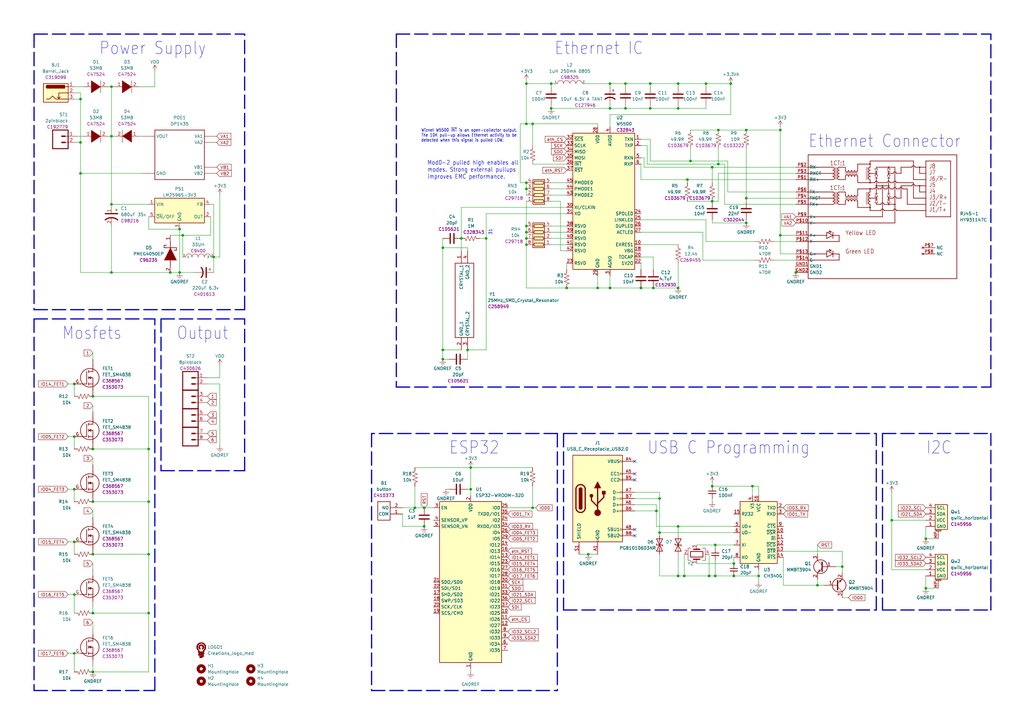
<source format=kicad_sch>
(kicad_sch (version 20211123) (generator eeschema)
  (paper "A3")
  (lib_symbols
    (symbol "Austins creations:12x12x8_inductor"
      (property "Reference" "L" (at 0 6.35 0))
      (property "Value" "12x12x8_inductor" (at 0 3.81 0))
      (symbol "12x12x8_inductor_1_1"
        (pin input line (at -6.35 0 0) (length 1.27) (name "1") (number "1"))
        (pin input line (at 6.35 0 180) (length 1.27) (name "2") (number "2"))
      )
    )
    (symbol "Austins creations:25MHz_SMD_Crystal_Resonator"
      (property "Reference" "Y" (at 0 10.16 0))
      (property "Value" "25MHz_SMD_Crystal_Resonator" (at 0 7.62 0))
      (property "part #" "C258949" (at 0 5.08 0))
      (symbol "25MHz_SMD_Crystal_Resonator_1_0"
        (pin bidirectional line (at -20.32 -1.27 0) (length 5.08) (name "CRYSTAL_1") (number "1"))
        (pin bidirectional line (at 20.32 -1.27 180) (length 5.08) (name "GND_1") (number "2"))
        (pin bidirectional line (at 20.32 1.27 180) (length 5.08) (name "CRYSTAL_2") (number "3"))
        (pin bidirectional line (at -20.32 1.27 0) (length 5.08) (name "GND_2") (number "4"))
      )
    )
    (symbol "Austins creations:2pinblock"
      (property "Reference" "ST" (at -7.62 2.54 0))
      (property "Value" "2pinblock" (at -7.62 0 0))
      (property "part #" "C192779" (at -7.62 -2.54 0))
      (symbol "2pinblock_1_0"
        (pin bidirectional line (at 7.62 -1.27 180) (length 5.08) (name "1") (number "1"))
        (pin bidirectional line (at 7.62 1.27 180) (length 5.08) (name "2") (number "2"))
      )
    )
    (symbol "Austins creations:680uF 35v"
      (property "Reference" "C" (at 0 16.51 0))
      (property "Value" "680uF 35v" (at 0 13.97 0))
      (property "part #" "C98216" (at 0 11.43 0))
      (symbol "680uF 35v_1_1"
        (pin passive line (at 0 3.81 270) (length 2.54) (name "~") (number "1"))
        (pin passive line (at 0 -3.81 90) (length 3.302) (name "~") (number "2"))
      )
    )
    (symbol "Austins creations:8pinblock"
      (property "Reference" "ST" (at -8.89 2.54 0))
      (property "Value" "8pinblock" (at -8.89 0 0))
      (property "part #" "C430626" (at -8.89 -2.54 0))
      (symbol "8pinblock_1_0"
        (pin bidirectional line (at 7.62 12.7 180) (length 5.08) (name "1") (number "1"))
        (pin bidirectional line (at 7.62 10.16 180) (length 5.08) (name "2") (number "2"))
        (pin bidirectional line (at 7.62 5.08 180) (length 5.08) (name "3") (number "3"))
        (pin bidirectional line (at 7.62 2.54 180) (length 5.08) (name "4") (number "4"))
        (pin bidirectional line (at 7.62 -2.54 180) (length 5.08) (name "5") (number "5"))
        (pin bidirectional line (at 7.62 -5.08 180) (length 5.08) (name "6") (number "6"))
        (pin bidirectional line (at 7.62 -10.16 180) (length 5.08) (name "7") (number "7"))
        (pin bidirectional line (at 7.62 -12.7 180) (length 5.08) (name "8") (number "8"))
      )
    )
    (symbol "Austins creations:Barrel_Jack"
      (property "Reference" "BJ" (at -11.43 2.54 0))
      (property "Value" "Barrel_Jack" (at -11.43 0 0))
      (property "part #" "C319099" (at -11.43 -2.54 0))
      (symbol "Barrel_Jack_1_1"
        (pin passive line (at 7.62 2.54 180) (length 2.54) (name "~") (number "1"))
        (pin passive line (at 7.62 0 180) (length 2.54) (name "~") (number "2"))
        (pin passive line (at 7.62 -2.54 180) (length 2.54) (name "~") (number "3"))
      )
    )
    (symbol "Austins creations:DP1435"
      (property "Reference" "POE" (at 0 13.97 0))
      (property "Value" "DP1435" (at 0 11.43 0))
      (symbol "DP1435_1_0"
        (pin bidirectional line (at 15.24 -7.62 180) (length 5.08) (name "GND") (number "GND"))
        (pin bidirectional line (at -15.24 7.62 0) (length 5.08) (name "VA1") (number "VA1"))
        (pin bidirectional line (at -15.24 5.08 0) (length 5.08) (name "VA2") (number "VA2"))
        (pin bidirectional line (at -15.24 -5.08 0) (length 5.08) (name "VB1") (number "VB1"))
        (pin bidirectional line (at -15.24 -7.62 0) (length 5.08) (name "VB2") (number "VB2"))
        (pin bidirectional line (at 15.24 7.62 180) (length 5.08) (name "VOUT") (number "VOUT"))
      )
    )
    (symbol "Austins creations:FET_SM4838"
      (property "Reference" "FET" (at 10.16 1.27 0))
      (property "Value" "FET_SM4838" (at 10.16 -1.27 0))
      (property "part #" "C368567" (at 10.16 -3.81 0))
      (property "part # ex" "C353073" (at 10.16 -6.35 0))
      (symbol "FET_SM4838_1_0"
        (pin bidirectional line (at 1.27 7.62 270) (length 2.54) (name "D") (number "D"))
        (pin bidirectional line (at -6.35 -2.54 0) (length 2.54) (name "G") (number "G"))
        (pin bidirectional line (at 1.27 -7.62 90) (length 2.54) (name "S") (number "S"))
      )
    )
    (symbol "Austins creations:HY931147C"
      (property "Reference" "RJ45-" (at 0 30.48 0))
      (property "Value" "HY931147C" (at 0 27.94 0))
      (symbol "HY931147C_1_0"
        (text "1CT:1" (at -20.32 10.795 0) (effects (font (size 1.778 1.5113)) (justify left bottom)))
        (text "1CT:1" (at -20.32 20.955 0) (effects (font (size 1.778 1.5113)) (justify left bottom)))
        (text "Green LED" (at -13.97 -15.24 0) (effects (font (size 1.778 1.5113)) (justify left bottom)))
        (text "J1/T+" (at 20.32 1.905 0) (effects (font (size 1.778 1.5113)) (justify left bottom)))
        (text "J2/T-" (at 20.32 4.445 0) (effects (font (size 1.778 1.5113)) (justify left bottom)))
        (text "J3/R+" (at 20.32 6.985 0) (effects (font (size 1.778 1.5113)) (justify left bottom)))
        (text "J4" (at 20.32 9.525 0) (effects (font (size 1.778 1.5113)) (justify left bottom)))
        (text "J5" (at 20.32 12.065 0) (effects (font (size 1.778 1.5113)) (justify left bottom)))
        (text "J6/R-" (at 20.32 14.605 0) (effects (font (size 1.778 1.5113)) (justify left bottom)))
        (text "J7" (at 20.32 17.145 0) (effects (font (size 1.778 1.5113)) (justify left bottom)))
        (text "J8" (at 20.32 19.685 0) (effects (font (size 1.778 1.5113)) (justify left bottom)))
        (text "Yellow LED" (at -13.97 -7.62 0) (effects (font (size 1.778 1.5113)) (justify left bottom)))
        (pin bidirectional line (at -34.29 -20.32 0) (length 5.08) (name "GND1") (number "GND1"))
        (pin bidirectional line (at -34.29 -22.86 0) (length 5.08) (name "GND2") (number "GND2"))
        (pin bidirectional line (at -34.29 15.24 0) (length 5.08) (name "RX+") (number "P$1"))
        (pin bidirectional line (at -34.29 -2.54 0) (length 5.08) (name "V-") (number "P$10"))
        (pin bidirectional line (at -34.29 -7.62 0) (length 5.08) (name "Y+") (number "P$11"))
        (pin bidirectional line (at -34.29 -10.16 0) (length 5.08) (name "Y-") (number "P$12"))
        (pin bidirectional line (at -34.29 -15.24 0) (length 5.08) (name "G+") (number "P$13"))
        (pin bidirectional line (at -34.29 -17.78 0) (length 5.08) (name "G-") (number "P$14"))
        (pin bidirectional line (at -34.29 20.32 0) (length 5.08) (name "RX-") (number "P$2"))
        (pin bidirectional line (at -34.29 17.78 0) (length 5.08) (name "RXCT") (number "P$3"))
        (pin bidirectional line (at -34.29 7.62 0) (length 5.08) (name "TXCT") (number "P$4"))
        (pin bidirectional line (at -34.29 5.08 0) (length 5.08) (name "TX+") (number "P$5"))
        (pin bidirectional line (at -34.29 10.16 0) (length 5.08) (name "TX-") (number "P$6"))
        (pin no_connect line (at 17.78 -12.7 0) (length 5.08) (name "NC") (number "P$7"))
        (pin no_connect line (at 17.78 -15.24 0) (length 5.08) (name "NC") (number "P$8"))
        (pin bidirectional line (at -34.29 0 0) (length 5.08) (name "V+") (number "P$9"))
      )
    )
    (symbol "Austins creations:LM2596S"
      (property "Reference" "PS" (at 0 8.89 0))
      (property "Value" "LM2596S" (at 0 6.35 0))
      (symbol "LM2596S_1_1"
        (pin power_in line (at -12.7 2.54 0) (length 2.54) (name "VIN") (number "1"))
        (pin output line (at 12.7 -2.54 180) (length 2.54) (name "OUT") (number "2"))
        (pin power_in line (at 0 -7.62 90) (length 2.54) (name "GND") (number "3"))
        (pin input line (at 12.7 2.54 180) (length 2.54) (name "FB") (number "4"))
        (pin input line (at -12.7 -2.54 0) (length 2.54) (name "~{ON}/OFF") (number "5"))
      )
    )
    (symbol "Austins creations:PMEG4050EP"
      (property "Reference" "D" (at 0 8.89 0))
      (property "Value" "PMEG4050EP" (at 0 6.35 0))
      (property "part #" "C96235" (at 0 3.81 0))
      (symbol "PMEG4050EP_1_0"
        (pin bidirectional line (at -7.62 0 0) (length 2.54) (name "K") (number "1"))
        (pin bidirectional line (at 7.62 0 180) (length 2.54) (name "A") (number "2"))
      )
    )
    (symbol "Austins creations:button"
      (property "Reference" "B" (at 0 10.16 0))
      (property "Value" "button" (at 0 7.62 0))
      (property "part #" "C410373" (at 0 5.08 0))
      (symbol "button_1_0"
        (pin bidirectional line (at -5.08 1.27 0) (length 5.08) (name "COM") (number "1"))
        (pin bidirectional line (at -5.08 -1.27 0) (length 5.08) (name "NO") (number "2"))
      )
    )
    (symbol "Austins creations:qwiic_horizontal"
      (property "Reference" "Qw" (at 0 11.43 0))
      (property "Value" "qwiic_horizontal" (at 0 8.89 0))
      (property "part #" "C145956" (at 0 6.35 0))
      (symbol "qwiic_horizontal_1_1"
        (text "Mounting" (at 1.27 -5.461 0) (effects (font (size 0.381 0.381))))
        (pin passive line (at -3.81 -3.81 0) (length 3.81) (name "GND") (number "1"))
        (pin passive line (at -3.81 -1.27 0) (length 3.81) (name "VCC") (number "2"))
        (pin passive line (at -3.81 1.27 0) (length 3.81) (name "SDA") (number "3"))
        (pin passive line (at -3.81 3.81 0) (length 3.81) (name "SCL") (number "4"))
        (pin passive line (at 1.27 -8.89 90) (length 3.048) (name "") (number "MP"))
      )
    )
    (symbol "Connector:USB_C_Receptacle_USB2.0" (pin_names (offset 1.016))
      (property "Reference" "J" (at -10.16 19.05 0))
      (property "Value" "USB_C_Receptacle_USB2.0" (at 19.05 19.05 0))
      (symbol "USB_C_Receptacle_USB2.0_1_1"
        (pin passive line (at 0 -22.86 90) (length 5.08) (name "GND") (number "A1"))
        (pin passive line (at 0 -22.86 90) (length 5.08) hide (name "GND") (number "A12"))
        (pin passive line (at 15.24 15.24 180) (length 5.08) (name "VBUS") (number "A4"))
        (pin bidirectional line (at 15.24 10.16 180) (length 5.08) (name "CC1") (number "A5"))
        (pin bidirectional line (at 15.24 -2.54 180) (length 5.08) (name "D+") (number "A6"))
        (pin bidirectional line (at 15.24 2.54 180) (length 5.08) (name "D-") (number "A7"))
        (pin bidirectional line (at 15.24 -12.7 180) (length 5.08) (name "SBU1") (number "A8"))
        (pin passive line (at 15.24 15.24 180) (length 5.08) hide (name "VBUS") (number "A9"))
        (pin passive line (at 0 -22.86 90) (length 5.08) hide (name "GND") (number "B1"))
        (pin passive line (at 0 -22.86 90) (length 5.08) hide (name "GND") (number "B12"))
        (pin passive line (at 15.24 15.24 180) (length 5.08) hide (name "VBUS") (number "B4"))
        (pin bidirectional line (at 15.24 7.62 180) (length 5.08) (name "CC2") (number "B5"))
        (pin bidirectional line (at 15.24 -5.08 180) (length 5.08) (name "D+") (number "B6"))
        (pin bidirectional line (at 15.24 0 180) (length 5.08) (name "D-") (number "B7"))
        (pin bidirectional line (at 15.24 -15.24 180) (length 5.08) (name "SBU2") (number "B8"))
        (pin passive line (at 15.24 15.24 180) (length 5.08) hide (name "VBUS") (number "B9"))
        (pin passive line (at -7.62 -22.86 90) (length 5.08) (name "SHIELD") (number "S1"))
      )
    )
    (symbol "Device:C" (pin_numbers hide) (pin_names (offset 0.254))
      (property "Reference" "C" (at 0.635 2.54 0))
      (property "Value" "C" (at 0.635 -2.54 0))
      (symbol "C_1_1"
        (pin passive line (at 0 3.81 270) (length 2.794) (name "~") (number "1"))
        (pin passive line (at 0 -3.81 90) (length 2.794) (name "~") (number "2"))
      )
    )
    (symbol "Device:C_Polarized_US" (pin_numbers hide) (pin_names (offset 0.254) hide)
      (property "Reference" "C" (at 0.635 2.54 0))
      (property "Value" "C_Polarized_US" (at 0.635 -2.54 0))
      (symbol "C_Polarized_US_1_1"
        (pin passive line (at 0 3.81 270) (length 2.794) (name "~") (number "1"))
        (pin passive line (at 0 -3.81 90) (length 3.302) (name "~") (number "2"))
      )
    )
    (symbol "Device:C_Small" (pin_numbers hide) (pin_names (offset 0.254) hide)
      (property "Reference" "C" (at 0.254 1.778 0))
      (property "Value" "C_Small" (at 0.254 -2.032 0))
      (symbol "C_Small_1_1"
        (pin passive line (at 0 2.54 270) (length 2.032) (name "~") (number "1"))
        (pin passive line (at 0 -2.54 90) (length 2.032) (name "~") (number "2"))
      )
    )
    (symbol "Device:Crystal_GND24" (pin_names (offset 1.016) hide)
      (property "Reference" "Y" (at 3.175 5.08 0))
      (property "Value" "Crystal_GND24" (at 3.175 3.175 0))
      (symbol "Crystal_GND24_1_1"
        (pin passive line (at -3.81 0 0) (length 1.27) (name "1") (number "1"))
        (pin passive line (at 0 5.08 270) (length 1.27) (name "2") (number "2"))
        (pin passive line (at 3.81 0 180) (length 1.27) (name "3") (number "3"))
        (pin passive line (at 0 -5.08 90) (length 1.27) (name "4") (number "4"))
      )
    )
    (symbol "Device:D_TVS" (pin_numbers hide) (pin_names (offset 1.016) hide)
      (property "Reference" "D" (at 0 2.54 0))
      (property "Value" "D_TVS" (at 0 -2.54 0))
      (symbol "D_TVS_1_1"
        (pin passive line (at -3.81 0 0) (length 2.54) (name "A1") (number "1"))
        (pin passive line (at 3.81 0 180) (length 2.54) (name "A2") (number "2"))
      )
    )
    (symbol "Device:R_Pack04" (pin_names (offset 0) hide)
      (property "Reference" "RN" (at -7.62 0 90))
      (property "Value" "R_Pack04" (at 5.08 0 90))
      (symbol "R_Pack04_1_1"
        (pin passive line (at -5.08 -5.08 90) (length 2.54) (name "R1.1") (number "1"))
        (pin passive line (at -2.54 -5.08 90) (length 2.54) (name "R2.1") (number "2"))
        (pin passive line (at 0 -5.08 90) (length 2.54) (name "R3.1") (number "3"))
        (pin passive line (at 2.54 -5.08 90) (length 2.54) (name "R4.1") (number "4"))
        (pin passive line (at 2.54 5.08 270) (length 2.54) (name "R4.2") (number "5"))
        (pin passive line (at 0 5.08 270) (length 2.54) (name "R3.2") (number "6"))
        (pin passive line (at -2.54 5.08 270) (length 2.54) (name "R2.2") (number "7"))
        (pin passive line (at -5.08 5.08 270) (length 2.54) (name "R1.2") (number "8"))
      )
    )
    (symbol "Device:R_US" (pin_numbers hide) (pin_names (offset 0))
      (property "Reference" "R" (at 2.54 0 90))
      (property "Value" "R_US" (at -2.54 0 90))
      (symbol "R_US_1_1"
        (pin passive line (at 0 3.81 270) (length 1.27) (name "~") (number "1"))
        (pin passive line (at 0 -3.81 90) (length 1.27) (name "~") (number "2"))
      )
    )
    (symbol "Interface_Ethernet:W5500"
      (property "Reference" "U" (at -11.43 29.21 0))
      (property "Value" "W5500" (at 8.89 29.21 0))
      (symbol "W5500_1_1"
        (pin output line (at 15.24 25.4 180) (length 2.54) (name "TXN") (number "1"))
        (pin passive line (at 15.24 -17.78 180) (length 2.54) (name "EXRES1") (number "10"))
        (pin passive line (at 2.54 30.48 270) (length 2.54) hide (name "AVDD") (number "11"))
        (pin no_connect line (at 12.7 7.62 180) (length 2.54) hide (name "NC") (number "12"))
        (pin no_connect line (at 12.7 5.08 180) (length 2.54) hide (name "NC") (number "13"))
        (pin passive line (at 2.54 -30.48 90) (length 2.54) hide (name "AGND") (number "14"))
        (pin passive line (at 2.54 30.48 270) (length 2.54) hide (name "AVDD") (number "15"))
        (pin passive line (at 2.54 -30.48 90) (length 2.54) hide (name "AGND") (number "16"))
        (pin passive line (at 2.54 30.48 270) (length 2.54) hide (name "AVDD") (number "17"))
        (pin passive line (at 15.24 -20.32 180) (length 2.54) (name "VBG") (number "18"))
        (pin passive line (at 2.54 -30.48 90) (length 2.54) hide (name "AGND") (number "19"))
        (pin output line (at 15.24 22.86 180) (length 2.54) (name "TXP") (number "2"))
        (pin passive line (at 15.24 -22.86 180) (length 2.54) (name "TOCAP") (number "20"))
        (pin passive line (at 2.54 30.48 270) (length 2.54) hide (name "AVDD") (number "21"))
        (pin output line (at 15.24 -25.4 180) (length 2.54) (name "1V2O") (number "22"))
        (pin input line (at -15.24 -25.4 0) (length 2.54) (name "RSVD") (number "23"))
        (pin output line (at 15.24 -5.08 180) (length 2.54) (name "SPDLED") (number "24"))
        (pin output line (at 15.24 -7.62 180) (length 2.54) (name "LINKLED") (number "25"))
        (pin output line (at 15.24 -10.16 180) (length 2.54) (name "DUPLED") (number "26"))
        (pin output line (at 15.24 -12.7 180) (length 2.54) (name "ACTLED") (number "27"))
        (pin power_in line (at -2.54 30.48 270) (length 2.54) (name "VDD") (number "28"))
        (pin power_in line (at -2.54 -30.48 90) (length 2.54) (name "GND") (number "29"))
        (pin power_in line (at 2.54 -30.48 90) (length 2.54) (name "AGND") (number "3"))
        (pin input line (at -15.24 -2.54 0) (length 2.54) (name "XI/CLKIN") (number "30"))
        (pin output line (at -15.24 -5.08 0) (length 2.54) (name "XO") (number "31"))
        (pin input line (at -15.24 25.4 0) (length 2.54) (name "~{SCS}") (number "32"))
        (pin input line (at -15.24 22.86 0) (length 2.54) (name "SCLK") (number "33"))
        (pin output line (at -15.24 20.32 0) (length 2.54) (name "MISO") (number "34"))
        (pin input line (at -15.24 17.78 0) (length 2.54) (name "MOSI") (number "35"))
        (pin input line (at -15.24 15.24 0) (length 2.54) (name "~{INT}") (number "36"))
        (pin input line (at -15.24 12.7 0) (length 2.54) (name "~{RST}") (number "37"))
        (pin input line (at -15.24 -10.16 0) (length 2.54) (name "RSVD") (number "38"))
        (pin input line (at -15.24 -12.7 0) (length 2.54) (name "RSVD") (number "39"))
        (pin power_in line (at 2.54 30.48 270) (length 2.54) (name "AVDD") (number "4"))
        (pin input line (at -15.24 -15.24 0) (length 2.54) (name "RSVD") (number "40"))
        (pin input line (at -15.24 -17.78 0) (length 2.54) (name "RSVD") (number "41"))
        (pin input line (at -15.24 -20.32 0) (length 2.54) (name "RSVD") (number "42"))
        (pin input line (at -15.24 2.54 0) (length 2.54) (name "PMODE2") (number "43"))
        (pin input line (at -15.24 5.08 0) (length 2.54) (name "PMODE1") (number "44"))
        (pin input line (at -15.24 7.62 0) (length 2.54) (name "PMODE0") (number "45"))
        (pin no_connect line (at 12.7 2.54 180) (length 2.54) hide (name "NC") (number "46"))
        (pin no_connect line (at 12.7 0 180) (length 2.54) hide (name "NC") (number "47"))
        (pin passive line (at 2.54 -30.48 90) (length 2.54) hide (name "AGND") (number "48"))
        (pin input line (at 15.24 17.78 180) (length 2.54) (name "RXN") (number "5"))
        (pin input line (at 15.24 15.24 180) (length 2.54) (name "RXP") (number "6"))
        (pin no_connect line (at 12.7 10.16 180) (length 2.54) hide (name "DNC") (number "7"))
        (pin passive line (at 2.54 30.48 270) (length 2.54) hide (name "AVDD") (number "8"))
        (pin passive line (at 2.54 -30.48 90) (length 2.54) hide (name "AGND") (number "9"))
      )
    )
    (symbol "Interface_USB:CH340G"
      (property "Reference" "U" (at -5.08 13.97 0))
      (property "Value" "CH340G" (at 1.27 13.97 0))
      (symbol "CH340G_1_1"
        (pin power_in line (at 0 -15.24 90) (length 2.54) (name "GND") (number "1"))
        (pin input line (at 10.16 0 180) (length 2.54) (name "~{DSR}") (number "10"))
        (pin input line (at 10.16 -2.54 180) (length 2.54) (name "~{RI}") (number "11"))
        (pin input line (at 10.16 -5.08 180) (length 2.54) (name "~{DCD}") (number "12"))
        (pin output line (at 10.16 -7.62 180) (length 2.54) (name "~{DTR}") (number "13"))
        (pin output line (at 10.16 -10.16 180) (length 2.54) (name "~{RTS}") (number "14"))
        (pin input line (at -10.16 7.62 0) (length 2.54) (name "R232") (number "15"))
        (pin power_in line (at 0 15.24 270) (length 2.54) (name "VCC") (number "16"))
        (pin output line (at 10.16 10.16 180) (length 2.54) (name "TXD") (number "2"))
        (pin input line (at 10.16 7.62 180) (length 2.54) (name "RXD") (number "3"))
        (pin passive line (at -2.54 15.24 270) (length 2.54) (name "V3") (number "4"))
        (pin bidirectional line (at -10.16 2.54 0) (length 2.54) (name "UD+") (number "5"))
        (pin bidirectional line (at -10.16 0 0) (length 2.54) (name "UD-") (number "6"))
        (pin input line (at -10.16 -5.08 0) (length 2.54) (name "XI") (number "7"))
        (pin output line (at -10.16 -10.16 0) (length 2.54) (name "XO") (number "8"))
        (pin input line (at 10.16 2.54 180) (length 2.54) (name "~{CTS}") (number "9"))
      )
    )
    (symbol "Mechanical:MountingHole" (pin_names (offset 1.016))
      (property "Reference" "H" (at 0 5.08 0))
      (property "Value" "MountingHole" (at 0 3.175 0))
    )
    (symbol "RF_Module:ESP32-WROOM-32D"
      (property "Reference" "U" (at -12.7 34.29 0))
      (property "Value" "ESP32-WROOM-32D" (at 1.27 34.29 0))
      (symbol "ESP32-WROOM-32D_1_1"
        (pin power_in line (at 0 -35.56 90) (length 2.54) (name "GND") (number "1"))
        (pin bidirectional line (at 15.24 -12.7 180) (length 2.54) (name "IO25") (number "10"))
        (pin bidirectional line (at 15.24 -15.24 180) (length 2.54) (name "IO26") (number "11"))
        (pin bidirectional line (at 15.24 -17.78 180) (length 2.54) (name "IO27") (number "12"))
        (pin bidirectional line (at 15.24 10.16 180) (length 2.54) (name "IO14") (number "13"))
        (pin bidirectional line (at 15.24 15.24 180) (length 2.54) (name "IO12") (number "14"))
        (pin passive line (at 0 -35.56 90) (length 2.54) hide (name "GND") (number "15"))
        (pin bidirectional line (at 15.24 12.7 180) (length 2.54) (name "IO13") (number "16"))
        (pin bidirectional line (at -15.24 -5.08 0) (length 2.54) (name "SHD/SD2") (number "17"))
        (pin bidirectional line (at -15.24 -7.62 0) (length 2.54) (name "SWP/SD3") (number "18"))
        (pin bidirectional line (at -15.24 -12.7 0) (length 2.54) (name "SCS/CMD") (number "19"))
        (pin power_in line (at 0 35.56 270) (length 2.54) (name "VDD") (number "2"))
        (pin bidirectional line (at -15.24 -10.16 0) (length 2.54) (name "SCK/CLK") (number "20"))
        (pin bidirectional line (at -15.24 0 0) (length 2.54) (name "SDO/SD0") (number "21"))
        (pin bidirectional line (at -15.24 -2.54 0) (length 2.54) (name "SDI/SD1") (number "22"))
        (pin bidirectional line (at 15.24 7.62 180) (length 2.54) (name "IO15") (number "23"))
        (pin bidirectional line (at 15.24 25.4 180) (length 2.54) (name "IO2") (number "24"))
        (pin bidirectional line (at 15.24 30.48 180) (length 2.54) (name "IO0") (number "25"))
        (pin bidirectional line (at 15.24 20.32 180) (length 2.54) (name "IO4") (number "26"))
        (pin bidirectional line (at 15.24 5.08 180) (length 2.54) (name "IO16") (number "27"))
        (pin bidirectional line (at 15.24 2.54 180) (length 2.54) (name "IO17") (number "28"))
        (pin bidirectional line (at 15.24 17.78 180) (length 2.54) (name "IO5") (number "29"))
        (pin input line (at -15.24 30.48 0) (length 2.54) (name "EN") (number "3"))
        (pin bidirectional line (at 15.24 0 180) (length 2.54) (name "IO18") (number "30"))
        (pin bidirectional line (at 15.24 -2.54 180) (length 2.54) (name "IO19") (number "31"))
        (pin no_connect line (at -12.7 -27.94 0) (length 2.54) hide (name "NC") (number "32"))
        (pin bidirectional line (at 15.24 -5.08 180) (length 2.54) (name "IO21") (number "33"))
        (pin bidirectional line (at 15.24 22.86 180) (length 2.54) (name "RXD0/IO3") (number "34"))
        (pin bidirectional line (at 15.24 27.94 180) (length 2.54) (name "TXD0/IO1") (number "35"))
        (pin bidirectional line (at 15.24 -7.62 180) (length 2.54) (name "IO22") (number "36"))
        (pin bidirectional line (at 15.24 -10.16 180) (length 2.54) (name "IO23") (number "37"))
        (pin passive line (at 0 -35.56 90) (length 2.54) hide (name "GND") (number "38"))
        (pin passive line (at 0 -35.56 90) (length 2.54) hide (name "GND") (number "39"))
        (pin input line (at -15.24 25.4 0) (length 2.54) (name "SENSOR_VP") (number "4"))
        (pin input line (at -15.24 22.86 0) (length 2.54) (name "SENSOR_VN") (number "5"))
        (pin input line (at 15.24 -25.4 180) (length 2.54) (name "IO34") (number "6"))
        (pin input line (at 15.24 -27.94 180) (length 2.54) (name "IO35") (number "7"))
        (pin bidirectional line (at 15.24 -20.32 180) (length 2.54) (name "IO32") (number "8"))
        (pin bidirectional line (at 15.24 -22.86 180) (length 2.54) (name "IO33") (number "9"))
      )
    )
    (symbol "Transistor_BJT:MMBT3904" (pin_names (offset 0) hide)
      (property "Reference" "Q" (at 5.08 1.905 0))
      (property "Value" "MMBT3904" (at 5.08 0 0))
      (symbol "MMBT3904_1_1"
        (pin input line (at -5.08 0 0) (length 5.715) (name "B") (number "1"))
        (pin passive line (at 2.54 -5.08 90) (length 2.54) (name "E") (number "2"))
        (pin passive line (at 2.54 5.08 270) (length 2.54) (name "C") (number "3"))
      )
    )
    (symbol "logos:Creations_logo_med"
      (property "Reference" "LOGO" (at 0 6.35 0))
      (property "Value" "Creations_logo_med" (at 0 3.81 0))
    )
    (symbol "power:+3.3V" (power) (pin_names (offset 0))
      (property "Value" "+3.3V" (at 0 3.556 0))
      (symbol "+3.3V_1_1"
        (pin power_in line (at 0 0 90) (length 0) hide (name "+3V3") (number "1"))
      )
    )
    (symbol "power:+3.3VA" (power) (pin_names (offset 0))
      (property "Value" "+3.3VA" (at 0 3.556 0))
      (symbol "+3.3VA_1_1"
        (pin power_in line (at 0 0 90) (length 0) hide (name "+3.3VA") (number "1"))
      )
    )
    (symbol "power:GNDREF" (power) (pin_names (offset 0))
      (property "Value" "GNDREF" (at 0 -3.81 0))
      (symbol "GNDREF_1_1"
        (pin power_in line (at 0 0 270) (length 0) hide (name "GNDREF") (number "1"))
      )
    )
    (symbol "power:VDD" (power) (pin_names (offset 0))
      (property "Value" "VDD" (at 0 3.81 0))
      (symbol "VDD_1_1"
        (pin power_in line (at 0 0 90) (length 0) hide (name "VDD") (number "1"))
      )
    )
    (symbol "pspice:DIODE" (pin_names (offset 1.016) hide)
      (property "Reference" "D" (at 0 3.81 0))
      (property "Value" "DIODE" (at 0 -4.445 0))
      (symbol "DIODE_1_1"
        (pin input line (at -5.08 0 0) (length 3.81) (name "K") (number "1"))
        (pin input line (at 5.08 0 180) (length 3.81) (name "A") (number "2"))
      )
    )
    (symbol "pspice:INDUCTOR" (pin_numbers hide) (pin_names (offset 0))
      (property "Reference" "L" (at 0 2.54 0))
      (property "Value" "INDUCTOR" (at 0 -1.27 0))
      (symbol "INDUCTOR_1_1"
        (pin input line (at -6.35 0 0) (length 1.27) (name "1") (number "1"))
        (pin input line (at 6.35 0 180) (length 1.27) (name "2") (number "2"))
      )
    )
    (symbol "qwiic_horizontal_1"
      (property "Reference" "Qw" (at 0 11.43 0))
      (property "Value" "qwiic_horizontal_1" (at 0 8.89 0))
      (property "part #" "C145956" (at 0 6.35 0))
      (symbol "qwiic_horizontal_1_1_1"
        (text "Mounting" (at 1.27 -5.461 0) (effects (font (size 0.381 0.381))))
        (pin passive line (at -3.81 -3.81 0) (length 3.81) (name "GND") (number "1"))
        (pin passive line (at -3.81 -1.27 0) (length 3.81) (name "VCC") (number "2"))
        (pin passive line (at -3.81 1.27 0) (length 3.81) (name "SDA") (number "3"))
        (pin passive line (at -3.81 3.81 0) (length 3.81) (name "SCL") (number "4"))
        (pin passive line (at 1.27 -8.89 90) (length 3.048) (name "") (number "MP"))
      )
    )
  )
  (junction (at 38.1 184.15))
  (junction (at 308.61 199.39))
  (junction (at 60.96 251.46))
  (junction (at 232.41 118.11))
  (junction (at 73.66 111.76))
  (junction (at 73.66 93.98))
  (junction (at 270.51 204.47))
  (junction (at 294.64 53.34))
  (junction (at 199.39 97.79))
  (junction (at 293.37 236.22))
  (junction (at 269.24 209.55))
  (junction (at 311.15 236.22))
  (junction (at 306.07 81.28))
  (junction (at 241.3 227.33))
  (junction (at 87.63 105.41))
  (junction (at 245.11 118.11))
  (junction (at 215.9 77.47))
  (junction (at 281.94 73.66))
  (junction (at 215.9 100.33))
  (junction (at 278.13 215.9))
  (junction (at 278.13 236.22))
  (junction (at 30.48 157.48))
  (junction (at 30.48 179.07))
  (junction (at 379.73 241.3))
  (junction (at 292.1 68.58))
  (junction (at 30.48 267.97))
  (junction (at 283.21 66.04))
  (junction (at 215.9 74.93))
  (junction (at 218.44 50.8))
  (junction (at 365.76 213.36))
  (junction (at 170.18 208.28))
  (junction (at 45.72 55.88))
  (junction (at 379.73 220.98))
  (junction (at 250.19 34.29))
  (junction (at 33.02 71.12))
  (junction (at 267.97 118.11))
  (junction (at 262.89 118.11))
  (junction (at 256.54 44.45))
  (junction (at 38.1 162.56))
  (junction (at 320.04 53.34))
  (junction (at 181.61 101.6))
  (junction (at 215.9 95.25))
  (junction (at 278.13 118.11))
  (junction (at 326.39 111.76))
  (junction (at 181.61 143.51))
  (junction (at 289.56 34.29))
  (junction (at 215.9 97.79))
  (junction (at 256.54 34.29))
  (junction (at 60.96 184.15))
  (junction (at 226.06 44.45))
  (junction (at 250.19 118.11))
  (junction (at 280.67 236.22))
  (junction (at 215.9 50.8))
  (junction (at 299.72 34.29))
  (junction (at 226.06 34.29))
  (junction (at 215.9 34.29))
  (junction (at 38.1 205.74))
  (junction (at 218.44 208.28))
  (junction (at 266.7 44.45))
  (junction (at 250.19 44.45))
  (junction (at 193.04 191.77))
  (junction (at 60.96 205.74))
  (junction (at 292.1 82.55))
  (junction (at 173.99 215.9))
  (junction (at 345.44 232.41))
  (junction (at 293.37 223.52))
  (junction (at 270.51 218.44))
  (junction (at 189.23 97.79))
  (junction (at 173.99 208.28))
  (junction (at 215.9 92.71))
  (junction (at 320.04 96.52))
  (junction (at 292.1 199.39))
  (junction (at 30.48 222.25))
  (junction (at 278.13 34.29))
  (junction (at 33.02 40.64))
  (junction (at 335.28 240.03))
  (junction (at 45.72 35.56))
  (junction (at 45.72 111.76))
  (junction (at 300.99 231.14))
  (junction (at 306.07 53.34))
  (junction (at 69.85 111.76))
  (junction (at 278.13 44.45))
  (junction (at 266.7 34.29))
  (junction (at 181.61 147.32))
  (junction (at 290.83 236.22))
  (junction (at 193.04 200.66))
  (junction (at 306.07 91.44))
  (junction (at 300.99 236.22))
  (junction (at 74.93 96.52))
  (junction (at 30.48 243.84))
  (junction (at 191.77 143.51))
  (junction (at 294.64 67.31))
  (junction (at 38.1 275.59))
  (junction (at 38.1 251.46))
  (junction (at 38.1 227.33))
  (junction (at 33.02 58.42))
  (junction (at 45.72 83.82))
  (junction (at 30.48 200.66))
  (junction (at 60.96 227.33))
  (no_connect (at 260.35 217.17))
  (no_connect (at 260.35 219.71))
  (no_connect (at 260.35 189.23))
  (no_connect (at 260.35 194.31))
  (no_connect (at 260.35 196.85))
  (wire (pts (xy 27.94 222.25) (xy 30.48 222.25)))
  (polyline (pts (xy 231.14 250.19) (xy 359.41 250.19)) (stroke (width 0.5)))
  (wire (pts (xy 27.94 157.48) (xy 30.48 157.48)))
  (wire (pts (xy 270.51 218.44) (xy 270.51 204.47)))
  (wire (pts (xy 292.1 204.47) (xy 292.1 205.74)))
  (wire (pts (xy 215.9 82.55) (xy 215.9 92.71)))
  (wire (pts (xy 182.88 200.66) (xy 184.15 200.66)))
  (wire (pts (xy 269.24 215.9) (xy 269.24 209.55)))
  (wire (pts (xy 60.96 83.82) (xy 45.72 83.82)))
  (wire (pts (xy 38.1 205.74) (xy 60.96 205.74)))
  (wire (pts (xy 266.7 43.18) (xy 266.7 44.45)))
  (wire (pts (xy 292.1 82.55) (xy 294.64 82.55)))
  (wire (pts (xy 193.04 191.77) (xy 218.44 191.77)))
  (wire (pts (xy 308.61 203.2) (xy 308.61 199.39)))
  (wire (pts (xy 181.61 101.6) (xy 191.77 101.6)))
  (wire (pts (xy 308.61 199.39) (xy 311.15 199.39)))
  (wire (pts (xy 33.02 71.12) (xy 33.02 111.76)))
  (wire (pts (xy 326.39 96.52) (xy 320.04 96.52)))
  (wire (pts (xy 215.9 33.02) (xy 215.9 34.29)))
  (wire (pts (xy 278.13 236.22) (xy 280.67 236.22)))
  (polyline (pts (xy 13.97 130.81) (xy 13.97 283.21)) (stroke (width 0.5)))
  (wire (pts (xy 44.45 35.56) (xy 45.72 35.56)))
  (wire (pts (xy 262.89 57.15) (xy 266.7 57.15)))
  (wire (pts (xy 278.13 215.9) (xy 278.13 219.71)))
  (wire (pts (xy 342.9 232.41) (xy 345.44 232.41)))
  (wire (pts (xy 320.04 104.14) (xy 320.04 96.52)))
  (wire (pts (xy 260.35 209.55) (xy 269.24 209.55)))
  (wire (pts (xy 245.11 50.8) (xy 245.11 52.07)))
  (wire (pts (xy 306.07 81.28) (xy 326.39 81.28)))
  (wire (pts (xy 262.89 64.77) (xy 264.16 64.77)))
  (wire (pts (xy 256.54 34.29) (xy 250.19 34.29)))
  (polyline (pts (xy 361.95 250.19) (xy 406.4 250.19)) (stroke (width 0.5)))
  (wire (pts (xy 289.56 44.45) (xy 278.13 44.45)))
  (polyline (pts (xy 406.4 250.19) (xy 406.4 177.8)) (stroke (width 0.5)))
  (wire (pts (xy 311.15 203.2) (xy 311.15 199.39)))
  (wire (pts (xy 289.56 35.56) (xy 289.56 34.29)))
  (wire (pts (xy 165.1 208.28) (xy 170.18 208.28)))
  (wire (pts (xy 45.72 35.56) (xy 46.99 35.56)))
  (wire (pts (xy 262.89 73.66) (xy 281.94 73.66)))
  (wire (pts (xy 30.48 267.97) (xy 30.48 275.59)))
  (wire (pts (xy 281.94 82.55) (xy 292.1 82.55)))
  (wire (pts (xy 278.13 44.45) (xy 266.7 44.45)))
  (wire (pts (xy 87.63 83.82) (xy 87.63 105.41)))
  (wire (pts (xy 267.97 105.41) (xy 267.97 110.49)))
  (polyline (pts (xy 231.14 177.8) (xy 359.41 177.8)) (stroke (width 0.5)))
  (polyline (pts (xy 361.95 177.8) (xy 361.95 250.19)) (stroke (width 0.5)))
  (wire (pts (xy 165.1 210.82) (xy 165.1 215.9)))
  (polyline (pts (xy 63.5 283.21) (xy 63.5 130.81)) (stroke (width 0.5)))
  (wire (pts (xy 215.9 92.71) (xy 215.9 95.25)))
  (wire (pts (xy 226.06 100.33) (xy 232.41 100.33)))
  (wire (pts (xy 280.67 236.22) (xy 280.67 227.33)))
  (wire (pts (xy 86.36 96.52) (xy 86.36 88.9)))
  (wire (pts (xy 193.04 191.77) (xy 193.04 200.66)))
  (wire (pts (xy 289.56 99.06) (xy 309.88 99.06)))
  (wire (pts (xy 250.19 52.07) (xy 250.19 46.99)))
  (wire (pts (xy 226.06 77.47) (xy 232.41 77.47)))
  (wire (pts (xy 181.61 101.6) (xy 181.61 143.51)))
  (wire (pts (xy 245.11 113.03) (xy 245.11 118.11)))
  (wire (pts (xy 290.83 236.22) (xy 293.37 236.22)))
  (wire (pts (xy 226.06 97.79) (xy 232.41 97.79)))
  (wire (pts (xy 60.96 251.46) (xy 60.96 275.59)))
  (wire (pts (xy 326.39 109.22) (xy 326.39 111.76)))
  (wire (pts (xy 269.24 207.01) (xy 260.35 207.01)))
  (wire (pts (xy 262.89 73.66) (xy 262.89 67.31)))
  (wire (pts (xy 215.9 34.29) (xy 226.06 34.29)))
  (wire (pts (xy 38.1 257.81) (xy 38.1 255.27)))
  (wire (pts (xy 215.9 100.33) (xy 215.9 118.11)))
  (wire (pts (xy 33.02 71.12) (xy 58.42 71.12)))
  (wire (pts (xy 292.1 198.12) (xy 292.1 199.39)))
  (wire (pts (xy 30.48 35.56) (xy 34.29 35.56)))
  (wire (pts (xy 256.54 43.18) (xy 256.54 44.45)))
  (wire (pts (xy 270.51 201.93) (xy 260.35 201.93)))
  (wire (pts (xy 30.48 243.84) (xy 30.48 251.46)))
  (wire (pts (xy 232.41 107.95) (xy 232.41 110.49)))
  (wire (pts (xy 38.1 212.09) (xy 38.1 209.55)))
  (wire (pts (xy 335.28 227.33) (xy 335.28 223.52)))
  (wire (pts (xy 215.9 97.79) (xy 215.9 100.33)))
  (wire (pts (xy 281.94 73.66) (xy 326.39 73.66)))
  (wire (pts (xy 321.31 228.6) (xy 321.31 240.03)))
  (wire (pts (xy 45.72 55.88) (xy 46.99 55.88)))
  (wire (pts (xy 90.17 154.94) (xy 90.17 149.86)))
  (wire (pts (xy 297.18 83.82) (xy 326.39 83.82)))
  (wire (pts (xy 85.09 157.48) (xy 90.17 157.48)))
  (wire (pts (xy 57.15 55.88) (xy 58.42 55.88)))
  (wire (pts (xy 256.54 35.56) (xy 256.54 34.29)))
  (wire (pts (xy 226.06 34.29) (xy 226.06 35.56)))
  (wire (pts (xy 38.1 147.32) (xy 38.1 144.78)))
  (wire (pts (xy 290.83 236.22) (xy 280.67 236.22)))
  (wire (pts (xy 74.93 96.52) (xy 86.36 96.52)))
  (wire (pts (xy 347.98 245.11) (xy 345.44 245.11)))
  (wire (pts (xy 86.36 83.82) (xy 87.63 83.82)))
  (wire (pts (xy 74.93 105.41) (xy 74.93 96.52)))
  (wire (pts (xy 292.1 68.58) (xy 326.39 68.58)))
  (wire (pts (xy 27.94 267.97) (xy 30.48 267.97)))
  (wire (pts (xy 189.23 143.51) (xy 181.61 143.51)))
  (wire (pts (xy 189.23 85.09) (xy 189.23 97.79)))
  (wire (pts (xy 33.02 111.76) (xy 45.72 111.76)))
  (wire (pts (xy 306.07 91.44) (xy 292.1 91.44)))
  (wire (pts (xy 232.41 102.87) (xy 229.87 102.87)))
  (wire (pts (xy 345.44 232.41) (xy 345.44 234.95)))
  (wire (pts (xy 269.24 209.55) (xy 269.24 207.01)))
  (wire (pts (xy 191.77 143.51) (xy 191.77 147.32)))
  (wire (pts (xy 73.66 93.98) (xy 73.66 111.76)))
  (polyline (pts (xy 100.33 193.04) (xy 100.33 130.81)) (stroke (width 0.5)))
  (wire (pts (xy 326.39 104.14) (xy 320.04 104.14)))
  (wire (pts (xy 294.64 71.12) (xy 326.39 71.12)))
  (wire (pts (xy 218.44 199.39) (xy 218.44 208.28)))
  (wire (pts (xy 262.89 107.95) (xy 262.89 110.49)))
  (polyline (pts (xy 66.04 130.81) (xy 100.33 130.81)) (stroke (width 0.5)))
  (wire (pts (xy 267.97 118.11) (xy 278.13 118.11)))
  (wire (pts (xy 229.87 102.87) (xy 229.87 82.55)))
  (wire (pts (xy 365.76 213.36) (xy 365.76 233.68)))
  (wire (pts (xy 38.1 168.91) (xy 38.1 166.37)))
  (wire (pts (xy 45.72 111.76) (xy 69.85 111.76)))
  (wire (pts (xy 317.5 99.06) (xy 326.39 99.06)))
  (wire (pts (xy 379.73 241.3) (xy 379.73 236.22)))
  (wire (pts (xy 260.35 204.47) (xy 270.51 204.47)))
  (wire (pts (xy 278.13 215.9) (xy 300.99 215.9)))
  (polyline (pts (xy 100.33 127) (xy 100.33 13.97)) (stroke (width 0.5)))
  (wire (pts (xy 60.96 88.9) (xy 60.96 93.98)))
  (wire (pts (xy 33.02 40.64) (xy 33.02 58.42)))
  (wire (pts (xy 193.04 274.32) (xy 193.04 275.59)))
  (wire (pts (xy 213.36 50.8) (xy 215.9 50.8)))
  (wire (pts (xy 266.7 66.04) (xy 266.7 57.15)))
  (polyline (pts (xy 406.4 158.75) (xy 406.4 13.97)) (stroke (width 0.5)))
  (wire (pts (xy 281.94 73.66) (xy 281.94 74.93)))
  (wire (pts (xy 306.07 53.34) (xy 294.64 53.34)))
  (wire (pts (xy 298.45 78.74) (xy 326.39 78.74)))
  (wire (pts (xy 69.85 111.76) (xy 73.66 111.76)))
  (polyline (pts (xy 228.6 177.8) (xy 228.6 283.21)) (stroke (width 0.5)))
  (wire (pts (xy 199.39 87.63) (xy 232.41 87.63)))
  (wire (pts (xy 60.96 184.15) (xy 60.96 205.74)))
  (polyline (pts (xy 13.97 13.97) (xy 100.33 13.97)) (stroke (width 0.5)))
  (wire (pts (xy 278.13 227.33) (xy 278.13 236.22)))
  (wire (pts (xy 345.44 226.06) (xy 345.44 232.41)))
  (wire (pts (xy 226.06 43.18) (xy 226.06 44.45)))
  (wire (pts (xy 288.29 95.25) (xy 288.29 106.68)))
  (wire (pts (xy 262.89 105.41) (xy 267.97 105.41)))
  (wire (pts (xy 27.94 200.66) (xy 30.48 200.66)))
  (wire (pts (xy 38.1 251.46) (xy 60.96 251.46)))
  (wire (pts (xy 226.06 74.93) (xy 232.41 74.93)))
  (wire (pts (xy 38.1 275.59) (xy 60.96 275.59)))
  (wire (pts (xy 38.1 273.05) (xy 38.1 275.59)))
  (wire (pts (xy 278.13 34.29) (xy 266.7 34.29)))
  (wire (pts (xy 245.11 118.11) (xy 250.19 118.11)))
  (wire (pts (xy 250.19 34.29) (xy 250.19 35.56)))
  (wire (pts (xy 266.7 35.56) (xy 266.7 34.29)))
  (wire (pts (xy 262.89 118.11) (xy 267.97 118.11)))
  (wire (pts (xy 27.94 179.07) (xy 30.48 179.07)))
  (wire (pts (xy 165.1 215.9) (xy 173.99 215.9)))
  (wire (pts (xy 262.89 100.33) (xy 278.13 100.33)))
  (wire (pts (xy 45.72 55.88) (xy 45.72 83.82)))
  (wire (pts (xy 293.37 236.22) (xy 300.99 236.22)))
  (wire (pts (xy 213.36 50.8) (xy 213.36 74.93)))
  (wire (pts (xy 321.31 226.06) (xy 345.44 226.06)))
  (wire (pts (xy 283.21 66.04) (xy 266.7 66.04)))
  (wire (pts (xy 191.77 101.6) (xy 191.77 102.87)))
  (wire (pts (xy 229.87 82.55) (xy 226.06 82.55)))
  (wire (pts (xy 266.7 44.45) (xy 256.54 44.45)))
  (wire (pts (xy 215.9 50.8) (xy 218.44 50.8)))
  (wire (pts (xy 60.96 162.56) (xy 38.1 162.56)))
  (wire (pts (xy 170.18 199.39) (xy 170.18 208.28)))
  (wire (pts (xy 256.54 44.45) (xy 250.19 44.45)))
  (wire (pts (xy 90.17 105.41) (xy 87.63 105.41)))
  (wire (pts (xy 300.99 218.44) (xy 270.51 218.44)))
  (wire (pts (xy 365.76 201.93) (xy 365.76 213.36)))
  (wire (pts (xy 270.51 218.44) (xy 270.51 219.71)))
  (wire (pts (xy 294.64 60.96) (xy 294.64 67.31)))
  (wire (pts (xy 365.76 233.68) (xy 379.73 233.68)))
  (wire (pts (xy 57.15 35.56) (xy 63.5 35.56)))
  (wire (pts (xy 218.44 50.8) (xy 218.44 59.69)))
  (wire (pts (xy 306.07 90.17) (xy 306.07 91.44)))
  (wire (pts (xy 278.13 35.56) (xy 278.13 34.29)))
  (wire (pts (xy 30.48 179.07) (xy 30.48 184.15)))
  (wire (pts (xy 278.13 107.95) (xy 278.13 118.11)))
  (wire (pts (xy 265.43 59.69) (xy 265.43 67.31)))
  (wire (pts (xy 289.56 34.29) (xy 278.13 34.29)))
  (wire (pts (xy 226.06 92.71) (xy 232.41 92.71)))
  (wire (pts (xy 30.48 200.66) (xy 30.48 205.74)))
  (wire (pts (xy 379.73 220.98) (xy 384.81 220.98)))
  (wire (pts (xy 311.15 233.68) (xy 311.15 236.22)))
  (wire (pts (xy 232.41 118.11) (xy 245.11 118.11)))
  (wire (pts (xy 250.19 118.11) (xy 250.19 113.03)))
  (wire (pts (xy 293.37 223.52) (xy 293.37 224.79)))
  (wire (pts (xy 60.96 162.56) (xy 60.96 184.15)))
  (wire (pts (xy 308.61 199.39) (xy 292.1 199.39)))
  (wire (pts (xy 227.33 34.29) (xy 226.06 34.29)))
  (wire (pts (xy 31.75 58.42) (xy 33.02 58.42)))
  (wire (pts (xy 289.56 90.17) (xy 289.56 99.06)))
  (wire (pts (xy 283.21 60.96) (xy 283.21 66.04)))
  (wire (pts (xy 289.56 43.18) (xy 289.56 44.45)))
  (wire (pts (xy 30.48 222.25) (xy 30.48 227.33)))
  (wire (pts (xy 170.18 191.77) (xy 193.04 191.77)))
  (wire (pts (xy 45.72 92.71) (xy 45.72 111.76)))
  (wire (pts (xy 218.44 50.8) (xy 245.11 50.8)))
  (wire (pts (xy 365.76 213.36) (xy 379.73 213.36)))
  (wire (pts (xy 226.06 44.45) (xy 250.19 44.45)))
  (wire (pts (xy 285.75 231.14) (xy 300.99 231.14)))
  (wire (pts (xy 191.77 143.51) (xy 199.39 143.51)))
  (wire (pts (xy 285.75 223.52) (xy 293.37 223.52)))
  (wire (pts (xy 45.72 83.82) (xy 45.72 85.09)))
  (wire (pts (xy 85.09 154.94) (xy 90.17 154.94)))
  (wire (pts (xy 38.1 190.5) (xy 38.1 187.96)))
  (wire (pts (xy 33.02 58.42) (xy 33.02 71.12)))
  (polyline (pts (xy 13.97 13.97) (xy 13.97 127)) (stroke (width 0.5)))
  (wire (pts (xy 38.1 227.33) (xy 60.96 227.33)))
  (polyline (pts (xy 162.56 158.75) (xy 406.4 158.75)) (stroke (width 0.5)))
  (wire (pts (xy 219.71 208.28) (xy 218.44 208.28)))
  (wire (pts (xy 189.23 97.79) (xy 189.23 102.87)))
  (wire (pts (xy 232.41 85.09) (xy 189.23 85.09)))
  (wire (pts (xy 27.94 243.84) (xy 30.48 243.84)))
  (wire (pts (xy 63.5 35.56) (xy 63.5 29.21)))
  (wire (pts (xy 90.17 80.01) (xy 90.17 105.41)))
  (wire (pts (xy 170.18 208.28) (xy 173.99 208.28)))
  (wire (pts (xy 269.24 215.9) (xy 278.13 215.9)))
  (wire (pts (xy 290.83 227.33) (xy 290.83 236.22)))
  (wire (pts (xy 262.89 118.11) (xy 250.19 118.11)))
  (polyline (pts (xy 66.04 130.81) (xy 66.04 193.04)) (stroke (width 0.5)))
  (wire (pts (xy 60.96 93.98) (xy 73.66 93.98)))
  (wire (pts (xy 199.39 143.51) (xy 199.39 97.79)))
  (polyline (pts (xy 152.4 283.21) (xy 228.6 283.21)) (stroke (width 0.5)))
  (wire (pts (xy 184.15 147.32) (xy 181.61 147.32)))
  (wire (pts (xy 262.89 59.69) (xy 265.43 59.69)))
  (wire (pts (xy 199.39 97.79) (xy 199.39 87.63)))
  (polyline (pts (xy 13.97 130.81) (xy 63.5 130.81)) (stroke (width 0.5)))
  (polyline (pts (xy 359.41 250.19) (xy 359.41 177.8)) (stroke (width 0.5)))
  (polyline (pts (xy 162.56 13.97) (xy 162.56 158.75)) (stroke (width 0.5)))
  (wire (pts (xy 335.28 237.49) (xy 335.28 240.03)))
  (wire (pts (xy 218.44 208.28) (xy 208.28 208.28)))
  (wire (pts (xy 31.75 55.88) (xy 34.29 55.88)))
  (wire (pts (xy 215.9 34.29) (xy 215.9 50.8)))
  (wire (pts (xy 44.45 55.88) (xy 45.72 55.88)))
  (wire (pts (xy 69.85 96.52) (xy 74.93 96.52)))
  (wire (pts (xy 193.04 203.2) (xy 193.04 200.66)))
  (wire (pts (xy 293.37 229.87) (xy 293.37 236.22)))
  (polyline (pts (xy 152.4 177.8) (xy 152.4 283.21)) (stroke (width 0.5)))
  (wire (pts (xy 240.03 34.29) (xy 250.19 34.29)))
  (wire (pts (xy 294.64 67.31) (xy 297.18 67.31)))
  (wire (pts (xy 33.02 38.1) (xy 33.02 40.64)))
  (polyline (pts (xy 162.56 13.97) (xy 406.4 13.97)) (stroke (width 0.5)))
  (wire (pts (xy 226.06 80.01) (xy 232.41 80.01)))
  (wire (pts (xy 270.51 227.33) (xy 270.51 236.22)))
  (wire (pts (xy 60.96 227.33) (xy 60.96 251.46)))
  (wire (pts (xy 181.61 97.79) (xy 181.61 101.6)))
  (wire (pts (xy 181.61 147.32) (xy 181.61 143.51)))
  (wire (pts (xy 298.45 78.74) (xy 298.45 66.04)))
  (wire (pts (xy 379.73 241.3) (xy 384.81 241.3)))
  (wire (pts (xy 321.31 240.03) (xy 335.28 240.03)))
  (polyline (pts (xy 13.97 283.21) (xy 63.5 283.21)) (stroke (width 0.5)))
  (wire (pts (xy 298.45 66.04) (xy 283.21 66.04)))
  (wire (pts (xy 262.89 90.17) (xy 289.56 90.17)))
  (wire (pts (xy 264.16 64.77) (xy 264.16 68.58)))
  (wire (pts (xy 90.17 157.48) (xy 90.17 182.88)))
  (polyline (pts (xy 361.95 177.8) (xy 406.4 177.8)) (stroke (width 0.5)))
  (wire (pts (xy 218.44 67.31) (xy 232.41 67.31)))
  (wire (pts (xy 294.64 53.34) (xy 283.21 53.34)))
  (wire (pts (xy 306.07 81.28) (xy 306.07 82.55)))
  (wire (pts (xy 215.9 95.25) (xy 215.9 97.79)))
  (polyline (pts (xy 228.6 177.8) (xy 152.4 177.8)) (stroke (width 0.5)))
  (wire (pts (xy 38.1 233.68) (xy 38.1 231.14)))
  (wire (pts (xy 241.3 227.33) (xy 245.11 227.33)))
  (polyline (pts (xy 231.14 177.8) (xy 231.14 250.19)) (stroke (width 0.5)))
  (wire (pts (xy 335.28 240.03) (xy 337.82 240.03)))
  (polyline (pts (xy 13.97 127) (xy 100.33 127)) (stroke (width 0.5)))
  (wire (pts (xy 265.43 67.31) (xy 294.64 67.31)))
  (wire (pts (xy 297.18 67.31) (xy 297.18 83.82)))
  (wire (pts (xy 215.9 118.11) (xy 232.41 118.11)))
  (wire (pts (xy 30.48 38.1) (xy 33.02 38.1)))
  (wire (pts (xy 250.19 46.99) (xy 299.72 46.99)))
  (wire (pts (xy 270.51 204.47) (xy 270.51 201.93)))
  (wire (pts (xy 30.48 157.48) (xy 30.48 162.56)))
  (wire (pts (xy 73.66 111.76) (xy 80.01 111.76)))
  (wire (pts (xy 294.64 71.12) (xy 294.64 82.55)))
  (wire (pts (xy 320.04 96.52) (xy 320.04 53.34)))
  (polyline (pts (xy 66.04 193.04) (xy 100.33 193.04)) (stroke (width 0.5)))
  (wire (pts (xy 38.1 184.15) (xy 60.96 184.15)))
  (wire (pts (xy 215.9 77.47) (xy 215.9 80.01)))
  (wire (pts (xy 173.99 208.28) (xy 177.8 208.28)))
  (wire (pts (xy 379.73 220.98) (xy 379.73 215.9)))
  (wire (pts (xy 264.16 68.58) (xy 292.1 68.58)))
  (wire (pts (xy 38.1 248.92) (xy 38.1 251.46)))
  (wire (pts (xy 306.07 53.34) (xy 320.04 53.34)))
  (wire (pts (xy 191.77 200.66) (xy 193.04 200.66)))
  (wire (pts (xy 262.89 95.25) (xy 288.29 95.25)))
  (wire (pts (xy 288.29 106.68) (xy 309.88 106.68)))
  (wire (pts (xy 320.04 52.07) (xy 320.04 53.34)))
  (wire (pts (xy 299.72 34.29) (xy 289.56 34.29)))
  (wire (pts (xy 311.15 236.22) (xy 311.15 238.76)))
  (wire (pts (xy 278.13 43.18) (xy 278.13 44.45)))
  (wire (pts (xy 215.9 74.93) (xy 215.9 77.47)))
  (wire (pts (xy 87.63 105.41) (xy 87.63 111.76)))
  (wire (pts (xy 317.5 106.68) (xy 326.39 106.68)))
  (wire (pts (xy 266.7 34.29) (xy 256.54 34.29)))
  (wire (pts (xy 237.49 227.33) (xy 241.3 227.33)))
  (wire (pts (xy 292.1 91.44) (xy 292.1 90.17)))
  (wire (pts (xy 45.72 35.56) (xy 45.72 55.88)))
  (wire (pts (xy 250.19 44.45) (xy 250.19 43.18)))
  (wire (pts (xy 30.48 40.64) (xy 33.02 40.64)))
  (wire (pts (xy 270.51 236.22) (xy 278.13 236.22)))
  (wire (pts (xy 196.85 97.79) (xy 199.39 97.79)))
  (wire (pts (xy 292.1 68.58) (xy 292.1 74.93)))
  (wire (pts (xy 299.72 46.99) (xy 299.72 34.29)))
  (wire (pts (xy 226.06 95.25) (xy 232.41 95.25)))
  (wire (pts (xy 293.37 223.52) (xy 300.99 223.52)))
  (wire (pts (xy 300.99 236.22) (xy 311.15 236.22)))
  (wire (pts (xy 306.07 60.96) (xy 306.07 81.28)))
  (wire (pts (xy 300.99 231.14) (xy 300.99 228.6)))
  (wire (pts (xy 60.96 205.74) (xy 60.96 227.33)))
  (wire (pts (xy 213.36 74.93) (xy 215.9 74.93)))
  (text "Ethernet Connector" (at 331.47 60.96 180) (effects (font (size 5.08 4.318)) (justify left bottom)))
  (text "31" (at 201.93 96.52 90) (effects (font (size 1.27 1.27)) (justify left bottom)))
  (text "Ethernet IC" (at 227.33 22.86 180) (effects (font (size 5.08 4.318)) (justify left bottom)))
  (text "USB C Programming" (at 265.43 186.69 180) (effects (font (size 5.08 4.318)) (justify left bottom)))
  (text "ESP32" (at 184.15 186.69 180) (effects (font (size 5.08 4.318)) (justify left bottom)))
  (text "Power Supply" (at 40.64 22.86 180) (effects (font (size 5.08 4.318)) (justify left bottom)))
  (text "Mod0-2 pulled high enables all\nmodes. Strong external pullups\nimproves EMC performance." (at 175.26 73.66 0) (effects (font (size 1.778 1.5113)) (justify left bottom)))
  (text "Output" (at 72.39 139.7 180) (effects (font (size 5.08 4.318)) (justify left bottom)))
  (text "Mosfets" (at 25.4 139.7 180) (effects (font (size 5.08 4.318)) (justify left bottom)))
  (text "I2C" (at 379.73 186.69 180) (effects (font (size 5.08 4.318)) (justify left bottom)))
  (text "Wiznet W5500 ~{INT} is an open-collector output.\nThe 10K pull-up allows Ethernet activity to be\ndetected when this signal is pulled LOW." (at 172.72 58.42 0) (effects (font (size 1.27 1.0795)) (justify left bottom)))
  (global_label "4" (shape input) (at 85.09 172.72 0) (property "Intersheet References" "${INTERSHEET_REFS}" (effects hide)))
  (global_label "IO15_FET4" (shape input) (at 27.94 222.25 180) (property "Intersheet References" "${INTERSHEET_REFS}" (effects hide)))
  (global_label "IO16_FET5" (shape input) (at 208.28 233.68 0) (property "Intersheet References" "${INTERSHEET_REFS}" (effects hide)))
  (global_label "IO17_FET6" (shape input) (at 208.28 236.22 0) (property "Intersheet References" "${INTERSHEET_REFS}" (effects hide)))
  (global_label "VA2" (shape input) (at 326.39 91.44 180) (property "Intersheet References" "${INTERSHEET_REFS}" (effects hide)))
  (global_label "SDI" (shape input) (at 208.28 248.92 0) (property "Intersheet References" "${INTERSHEET_REFS}" (effects hide)))
  (global_label "IO14_FET1" (shape input) (at 27.94 157.48 180) (property "Intersheet References" "${INTERSHEET_REFS}" (effects hide)))
  (global_label "IO03_RX" (shape input) (at 208.28 215.9 0) (property "Intersheet References" "${INTERSHEET_REFS}" (effects hide)))
  (global_label "SCK" (shape input) (at 208.28 238.76 0) (property "Intersheet References" "${INTERSHEET_REFS}" (effects hide)))
  (global_label "IO22_SCL" (shape input) (at 208.28 246.38 0) (property "Intersheet References" "${INTERSHEET_REFS}" (effects hide)))
  (global_label "VA2" (shape input) (at 88.9 58.42 0) (property "Intersheet References" "${INTERSHEET_REFS}" (effects hide)))
  (global_label "eth_CS" (shape input) (at 232.41 57.15 180) (property "Intersheet References" "${INTERSHEET_REFS}" (effects hide)))
  (global_label "SDO" (shape input) (at 208.28 241.3 0) (property "Intersheet References" "${INTERSHEET_REFS}" (effects hide)))
  (global_label "eth_RST" (shape input) (at 208.28 226.06 0) (property "Intersheet References" "${INTERSHEET_REFS}" (effects hide)))
  (global_label "RST" (shape input) (at 173.99 208.28 90) (property "Intersheet References" "${INTERSHEET_REFS}" (effects hide)))
  (global_label "IO04_FET1" (shape input) (at -6.35 156.21 180) (property "Intersheet References" "${INTERSHEET_REFS}" (effects hide)))
  (global_label "3" (shape input) (at 38.1 187.96 180) (property "Intersheet References" "${INTERSHEET_REFS}" (effects hide)))
  (global_label "IO17_FET6" (shape input) (at 27.94 267.97 180) (property "Intersheet References" "${INTERSHEET_REFS}" (effects hide)))
  (global_label "2" (shape input) (at 85.09 165.1 0) (property "Intersheet References" "${INTERSHEET_REFS}" (effects hide)))
  (global_label "IO03_RX" (shape input) (at 321.31 208.28 0) (property "Intersheet References" "${INTERSHEET_REFS}" (effects hide)))
  (global_label "1" (shape input) (at 85.09 162.56 0) (property "Intersheet References" "${INTERSHEET_REFS}" (effects hide)))
  (global_label "eth_CS" (shape input) (at 208.28 254 0) (property "Intersheet References" "${INTERSHEET_REFS}" (effects hide)))
  (global_label "IO01_TX" (shape input) (at 321.31 210.82 0) (property "Intersheet References" "${INTERSHEET_REFS}" (effects hide)))
  (global_label "VB1" (shape input) (at 88.9 68.58 0) (property "Intersheet References" "${INTERSHEET_REFS}" (effects hide)))
  (global_label "IO22_SCL" (shape input) (at 379.73 208.28 180) (property "Intersheet References" "${INTERSHEET_REFS}" (effects hide)))
  (global_label "SDO" (shape input) (at 232.41 62.23 180) (property "Intersheet References" "${INTERSHEET_REFS}" (effects hide)))
  (global_label "SDI" (shape input) (at 232.41 64.77 180) (property "Intersheet References" "${INTERSHEET_REFS}" (effects hide)))
  (global_label "6" (shape input) (at 38.1 255.27 180) (property "Intersheet References" "${INTERSHEET_REFS}" (effects hide)))
  (global_label "IO00" (shape input) (at 347.98 245.11 0) (property "Intersheet References" "${INTERSHEET_REFS}" (effects hide)))
  (global_label "IO00" (shape input) (at 219.71 208.28 0) (property "Intersheet References" "${INTERSHEET_REFS}" (effects hide)))
  (global_label "IO05_FET2" (shape input) (at 208.28 220.98 0) (property "Intersheet References" "${INTERSHEET_REFS}" (effects hide)))
  (global_label "IO32_SCL2" (shape input) (at 208.28 259.08 0) (property "Intersheet References" "${INTERSHEET_REFS}" (effects hide)))
  (global_label "IO16_FET5" (shape input) (at 27.94 243.84 180) (property "Intersheet References" "${INTERSHEET_REFS}" (effects hide)))
  (global_label "1" (shape input) (at 38.1 144.78 180) (property "Intersheet References" "${INTERSHEET_REFS}" (effects hide)))
  (global_label "IO14_FET1" (shape input) (at 208.28 228.6 0) (property "Intersheet References" "${INTERSHEET_REFS}" (effects hide)))
  (global_label "VA1" (shape input) (at 326.39 88.9 180) (property "Intersheet References" "${INTERSHEET_REFS}" (effects hide)))
  (global_label "5" (shape input) (at 85.09 177.8 0) (property "Intersheet References" "${INTERSHEET_REFS}" (effects hide)))
  (global_label "IO05_FET2" (shape input) (at 27.94 179.07 180) (property "Intersheet References" "${INTERSHEET_REFS}" (effects hide)))
  (global_label "IO32_SCL2" (shape input) (at 379.73 228.6 180) (property "Intersheet References" "${INTERSHEET_REFS}" (effects hide)))
  (global_label "IO21_SDA" (shape input) (at 208.28 243.84 0) (property "Intersheet References" "${INTERSHEET_REFS}" (effects hide)))
  (global_label "IO33_SDA2" (shape input) (at 208.28 261.62 0) (property "Intersheet References" "${INTERSHEET_REFS}" (effects hide)))
  (global_label "SCK" (shape input) (at 232.41 59.69 180) (property "Intersheet References" "${INTERSHEET_REFS}" (effects hide)))
  (global_label "IO15_FET4" (shape input) (at 208.28 231.14 0) (property "Intersheet References" "${INTERSHEET_REFS}" (effects hide)))
  (global_label "IO04_FET3" (shape input) (at 27.94 200.66 180) (property "Intersheet References" "${INTERSHEET_REFS}" (effects hide)))
  (global_label "2" (shape input) (at 38.1 166.37 180) (property "Intersheet References" "${INTERSHEET_REFS}" (effects hide)))
  (global_label "4" (shape input) (at 38.1 209.55 180) (property "Intersheet References" "${INTERSHEET_REFS}" (effects hide)))
  (global_label "RST" (shape input) (at 335.28 223.52 0) (property "Intersheet References" "${INTERSHEET_REFS}" (effects hide)))
  (global_label "VB2" (shape input) (at 88.9 71.12 0) (property "Intersheet References" "${INTERSHEET_REFS}" (effects hide)))
  (global_label "5" (shape input) (at 38.1 231.14 180) (property "Intersheet References" "${INTERSHEET_REFS}" (effects hide)))
  (global_label "IO21_SDA" (shape input) (at 379.73 210.82 180) (property "Intersheet References" "${INTERSHEET_REFS}" (effects hide)))
  (global_label "IO33_SDA2" (shape input) (at 379.73 231.14 180) (property "Intersheet References" "${INTERSHEET_REFS}" (effects hide)))
  (global_label "IO01_TX" (shape input) (at 208.28 210.82 0) (property "Intersheet References" "${INTERSHEET_REFS}" (effects hide)))
  (global_label "IO14_FET3" (shape input) (at -6.35 199.39 180) (property "Intersheet References" "${INTERSHEET_REFS}" (effects hide)))
  (global_label "VA1" (shape input) (at 88.9 55.88 0) (property "Intersheet References" "${INTERSHEET_REFS}" (effects hide)))
  (global_label "IO04_FET3" (shape input) (at 208.28 218.44 0) (property "Intersheet References" "${INTERSHEET_REFS}" (effects hide)))
  (global_label "3" (shape input) (at 85.09 170.18 0) (property "Intersheet References" "${INTERSHEET_REFS}" (effects hide)))
  (global_label "6" (shape input) (at 85.09 180.34 0) (property "Intersheet References" "${INTERSHEET_REFS}" (effects hide)))
  (global_label "eth_RST" (shape input) (at 232.41 69.85 180) (property "Intersheet References" "${INTERSHEET_REFS}" (effects hide)))
  (symbol (lib_name "qwiic_horizontal_1") (lib_id "Austins creations:qwiic_horizontal") (at 383.54 212.09 0) (unit 1)
    (property "Reference" "Qw1" (at 389.89 209.9055 0) (effects (justify left)))
    (property "Value" "qwiic_horizontal" (at 389.89 212.4455 0) (effects (justify left)))
    (property "Footprint" "Austins creations:qwiic horizontal" (effects hide))
    (property "part #" "C145956" (at 389.89 214.9855 0) (effects (justify left)))
  )
  (symbol (lib_id "power:+3.3V") (at 365.76 201.93 0) (unit 1)
    (property "Reference" "#PWR023" (effects hide))
    (property "Value" "+3.3V" (at 365.76 198.12 0))
  )
  (symbol (lib_id "Austins creations:FET_SM4838") (at 36.83 219.71 0) (unit 1)
    (property "Reference" "FET4" (at 41.91 215.8999 0) (effects (justify left)))
    (property "Value" "FET_SM4838" (at 41.91 218.4399 0) (effects (justify left)))
    (property "Footprint" "Austins creations:FET SM4838" (effects hide))
    (property "part #" "C368567" (at 41.91 220.9799 0) (effects (justify left)))
    (property "part # ex" "C353073" (at 41.91 223.5199 0) (effects (justify left)))
  )
  (symbol (lib_id "power:GNDREF") (at 226.06 44.45 0) (unit 1)
    (property "Reference" "#PWR013" (effects hide))
    (property "Value" "GND" (at 226.06 48.26 0))
  )
  (symbol (lib_id "Device:R_US") (at 34.29 275.59 270) (mirror x) (unit 1)
    (property "Reference" "R17" (at 27.94 275.59 90) (effects (justify right)))
    (property "Value" "10k" (at 29.21 278.13 90) (effects (justify right)))
    (property "Footprint" "Resistor_SMD:R_0603_1608Metric" (effects hide))
  )
  (symbol (lib_id "power:GNDREF") (at 182.88 200.66 0) (unit 1)
    (property "Reference" "#PWR09" (effects hide))
    (property "Value" "GND" (at 182.88 204.47 0))
  )
  (symbol (lib_id "pspice:DIODE") (at 39.37 55.88 0) (unit 1)
    (property "Reference" "D2" (at 39.37 45.72 0))
    (property "Value" "S3MB" (at 39.37 48.26 0))
    (property "Footprint" "Diode_SMD:D_SMB" (effects hide))
    (property "part #" "C47524" (at 39.37 50.8 0))
  )
  (symbol (lib_id "Device:C") (at 256.54 39.37 0) (mirror x) (unit 1)
    (property "Reference" "C9" (at 261.62 38.1 0))
    (property "Value" "10nF" (at 261.62 40.64 0))
    (property "Footprint" "Capacitor_SMD:C_0603_1608Metric" (effects hide))
  )
  (symbol (lib_id "power:GNDREF") (at 193.04 275.59 0) (unit 1)
    (property "Reference" "#PWR011" (effects hide))
    (property "Value" "GND" (at 193.04 280.67 0))
  )
  (symbol (lib_id "power:GNDREF") (at 181.61 147.32 0) (unit 1)
    (property "Reference" "#PWR08" (effects hide))
    (property "Value" "GND" (at 181.61 151.13 0))
  )
  (symbol (lib_id "Austins creations:qwiic_horizontal") (at 383.54 232.41 0) (unit 1)
    (property "Reference" "Qw2" (at 389.89 230.2255 0) (effects (justify left)))
    (property "Value" "qwiic_horizontal" (at 389.89 232.7655 0) (effects (justify left)))
    (property "Footprint" "Austins creations:qwiic horizontal" (effects hide))
    (property "part #" "C145956" (at 389.89 235.3055 0) (effects (justify left)))
  )
  (symbol (lib_id "Austins creations:button") (at 160.02 209.55 180) (unit 1)
    (property "Reference" "B1" (at 157.48 198.12 0))
    (property "Value" "button" (at 157.48 200.66 0))
    (property "Footprint" "Austins creations:button" (effects hide))
    (property "part #" "C410373" (at 157.48 203.2 0))
  )
  (symbol (lib_id "power:+3.3V") (at 193.04 191.77 0) (unit 1)
    (property "Reference" "#PWR010" (effects hide))
    (property "Value" "+3.3V" (at 193.04 187.96 0))
  )
  (symbol (lib_id "Austins creations:LM2596S") (at 73.66 86.36 0) (unit 1)
    (property "Reference" "PS1" (at 73.66 77.47 0))
    (property "Value" "LM2596S-3V3" (at 73.66 80.01 0))
    (property "Footprint" "Austins creations:LM2596S" (effects hide))
  )
  (symbol (lib_id "power:+3.3V") (at 90.17 80.01 0) (unit 1)
    (property "Reference" "#PWR04" (effects hide))
    (property "Value" "+3.3V" (at 90.17 76.2 0))
  )
  (symbol (lib_id "power:GNDREF") (at 173.99 215.9 0) (unit 1)
    (property "Reference" "#PWR07" (effects hide))
    (property "Value" "GND" (at 173.99 219.71 0))
  )
  (symbol (lib_id "Device:R_US") (at 281.94 78.74 0) (mirror x) (unit 1)
    (property "Reference" "R5" (at 278.13 76.2 0) (effects (justify right)))
    (property "Value" "49.9R" (at 279.4 78.74 0) (effects (justify right)))
    (property "Footprint" "Resistor_SMD:R_0603_1608Metric" (effects hide))
    (property "part #" "C103679" (at 276.86 81.28 0))
  )
  (symbol (lib_id "power:GNDREF") (at 379.73 220.98 0) (unit 1)
    (property "Reference" "#PWR024" (effects hide))
    (property "Value" "GND" (at 379.73 224.79 0))
  )
  (symbol (lib_id "Austins creations:680uF 35v") (at 45.72 88.9 0) (unit 1)
    (property "Reference" "C1" (at 49.53 85.4709 0) (effects (justify left)))
    (property "Value" "680uF 35v" (at 49.53 88.0109 0) (effects (justify left)))
    (property "Footprint" "Austins creations:large capacitor 12.5d 13.5h" (effects hide))
    (property "part #" "C98216" (at 49.53 90.5509 0) (effects (justify left)))
  )
  (symbol (lib_id "Device:C") (at 292.1 86.36 180) (unit 1)
    (property "Reference" "C15" (at 287.02 85.09 0))
    (property "Value" "10nF" (at 287.02 87.63 0))
    (property "Footprint" "Capacitor_SMD:C_0603_1608Metric" (effects hide))
  )
  (symbol (lib_id "Austins creations:25MHz_SMD_Crystal_Resonator") (at 190.5 123.19 270) (unit 1)
    (property "Reference" "Y1" (at 201.93 120.65 90))
    (property "Value" "25MHz_SMD_Crystal_Resonator" (at 214.63 123.19 90))
    (property "Footprint" "Austins creations:25MHz_SMD_Crystal_Resonator" (effects hide))
    (property "part #" "C258949" (at 204.47 125.73 90))
  )
  (symbol (lib_id "Mechanical:MountingHole") (at 102.87 279.4 0) (unit 1)
    (property "Reference" "H4" (at 105.41 278.1299 0) (effects (justify left)))
    (property "Value" "MountingHole" (at 105.41 280.6699 0) (effects (justify left)))
    (property "Footprint" "MountingHole:MountingHole_3.2mm_M3" (effects hide))
  )
  (symbol (lib_id "RF_Module:ESP32-WROOM-32D") (at 193.04 238.76 0) (unit 1)
    (property "Reference" "U1" (at 195.0594 200.66 0) (effects (justify left)))
    (property "Value" "ESP32-WROOM-32D" (at 195.0594 203.2 0) (effects (justify left)))
    (property "Footprint" "RF_Module:ESP32-WROOM-32" (effects hide))
    (property "Datasheet" "https://www.espressif.com/sites/default/files/documentation/esp32-wroom-32d_esp32-wroom-32u_datasheet_en.pdf" (effects hide))
  )
  (symbol (lib_id "Device:R_US") (at 292.1 78.74 0) (mirror x) (unit 1)
    (property "Reference" "R7" (at 288.29 76.2 0) (effects (justify right)))
    (property "Value" "49.9R" (at 289.56 78.74 0) (effects (justify right)))
    (property "Footprint" "Resistor_SMD:R_0603_1608Metric" (effects hide))
    (property "part #" "C103679" (at 287.02 81.28 0))
  )
  (symbol (lib_id "Device:C_Polarized_US") (at 250.19 39.37 0) (mirror y) (unit 1)
    (property "Reference" "C8" (at 238.76 38.1 0) (effects (justify right)))
    (property "Value" "10uF 6.3V A TANT" (at 229.87 40.64 0) (effects (justify right)))
    (property "Footprint" "Capacitor_Tantalum_SMD:CP_EIA-3216-18_Kemet-A" (effects hide))
    (property "part #" "C127946" (at 240.03 43.18 0))
  )
  (symbol (lib_id "Device:R_US") (at 278.13 104.14 180) (unit 1)
    (property "Reference" "R4" (at 281.94 101.6 0) (effects (justify right)))
    (property "Value" "12.4k" (at 280.67 104.14 0) (effects (justify right)))
    (property "Footprint" "Resistor_SMD:R_0603_1608Metric" (effects hide))
    (property "part #" "C269455" (at 283.21 106.68 0))
  )
  (symbol (lib_id "Device:R_US") (at 218.44 63.5 0) (mirror x) (unit 1)
    (property "Reference" "R2" (at 217.17 62.23 0) (effects (justify right)))
    (property "Value" "10k" (at 217.17 64.77 0) (effects (justify right)))
    (property "Footprint" "Resistor_SMD:R_0603_1608Metric" (effects hide))
  )
  (symbol (lib_id "power:+3.3V") (at 215.9 33.02 0) (unit 1)
    (property "Reference" "#PWR012" (effects hide))
    (property "Value" "+3.3V" (at 215.9 29.21 0))
  )
  (symbol (lib_id "power:+3.3V") (at 320.04 52.07 0) (unit 1)
    (property "Reference" "#PWR021" (effects hide))
    (property "Value" "+3.3V" (at 320.04 48.26 0))
  )
  (symbol (lib_id "power:+3.3V") (at 292.1 198.12 0) (unit 1)
    (property "Reference" "#PWR016" (effects hide))
    (property "Value" "+3.3V" (at 292.1 194.31 0))
  )
  (symbol (lib_id "Device:D_TVS") (at 278.13 223.52 90) (unit 1)
    (property "Reference" "D7" (at 273.05 222.25 90) (effects (justify right)))
    (property "Value" "PGB1010603NR" (effects hide))
    (property "Footprint" "Diode_SMD:D_0603_1608Metric" (effects hide))
  )
  (symbol (lib_id "Connector:USB_C_Receptacle_USB2.0") (at 245.11 204.47 0) (unit 1)
    (property "Reference" "J1" (at 245.11 181.61 0))
    (property "Value" "USB_C_Receptacle_USB2.0" (at 245.11 184.15 0))
    (property "Footprint" "Connector_USB:USB_C_Receptacle_HRO_TYPE-C-31-M-12" (effects hide))
    (property "Datasheet" "https://www.usb.org/sites/default/files/documents/usb_type-c.zip" (effects hide))
  )
  (symbol (lib_id "pspice:DIODE") (at 39.37 35.56 0) (unit 1)
    (property "Reference" "D1" (at 39.37 25.4 0))
    (property "Value" "S3MB" (at 39.37 27.94 0))
    (property "Footprint" "Diode_SMD:D_SMB" (effects hide))
    (property "part #" "C47524" (at 39.37 30.48 0))
  )
  (symbol (lib_id "Austins creations:FET_SM4838") (at 36.83 265.43 0) (unit 1)
    (property "Reference" "FET6" (at 41.91 261.6199 0) (effects (justify left)))
    (property "Value" "FET_SM4838" (at 41.91 264.1599 0) (effects (justify left)))
    (property "Footprint" "Austins creations:FET SM4838" (effects hide))
    (property "part #" "C368567" (at 41.91 266.6999 0) (effects (justify left)))
    (property "part # ex" "C353073" (at 41.91 269.2399 0) (effects (justify left)))
  )
  (symbol (lib_id "Device:R_US") (at 193.04 97.79 90) (mirror x) (unit 1)
    (property "Reference" "R1" (at 191.77 90.17 90) (effects (justify right)))
    (property "Value" "1M" (at 191.77 92.71 90) (effects (justify right)))
    (property "Footprint" "Resistor_SMD:R_0603_1608Metric" (effects hide))
    (property "part #" "C328343" (at 194.31 95.25 90))
  )
  (symbol (lib_id "Device:R_US") (at 232.41 114.3 0) (mirror x) (unit 1)
    (property "Reference" "R3" (at 231.14 113.03 0) (effects (justify right)))
    (property "Value" "10k" (at 231.14 115.57 0) (effects (justify right)))
    (property "Footprint" "Resistor_SMD:R_0603_1608Metric" (effects hide))
  )
  (symbol (lib_id "Device:R_Pack04") (at 220.98 77.47 270) (mirror x) (unit 1)
    (property "Reference" "RN3" (at 212.09 76.2 90) (effects (justify right)))
    (property "Value" "10k" (at 212.09 78.74 90) (effects (justify right)))
    (property "Footprint" "Resistor_SMD:R_Array_Convex_4x0603" (effects hide))
    (property "part #" "C29718" (at 210.82 81.28 90))
  )
  (symbol (lib_id "Austins creations:PMEG4050EP") (at 69.85 104.14 270) (unit 1)
    (property "Reference" "D5" (at 59.69 101.6 90) (effects (justify left)))
    (property "Value" "PMEG4050EP" (at 54.61 104.14 90) (effects (justify left)))
    (property "Footprint" "Austins creations:PMEG3050EP" (effects hide))
    (property "part #" "C96235" (at 57.15 106.68 90) (effects (justify left)))
  )
  (symbol (lib_id "pspice:DIODE") (at 52.07 35.56 0) (unit 1)
    (property "Reference" "D3" (at 52.07 25.4 0))
    (property "Value" "S3MB" (at 52.07 27.94 0))
    (property "Footprint" "Diode_SMD:D_SMB" (effects hide))
    (property "part #" "C47524" (at 52.07 30.48 0))
  )
  (symbol (lib_id "Device:C") (at 267.97 114.3 0) (mirror x) (unit 1)
    (property "Reference" "C12" (at 273.05 111.76 0))
    (property "Value" "4.7uF" (at 273.05 114.3 0))
    (property "Footprint" "Capacitor_SMD:C_0603_1608Metric" (effects hide))
    (property "part #" "C152930" (at 273.05 116.84 0))
  )
  (symbol (lib_id "power:GNDREF") (at 311.15 238.76 0) (unit 1)
    (property "Reference" "#PWR020" (effects hide))
    (property "Value" "GND" (at 311.15 242.57 0))
  )
  (symbol (lib_id "Austins creations:Barrel_Jack") (at 22.86 38.1 0) (unit 1)
    (property "Reference" "BJ1" (at 22.86 26.67 0))
    (property "Value" "Barrel_Jack" (at 22.86 29.21 0))
    (property "Footprint" "Austins creations:Barrel Jack" (effects hide))
    (property "part #" "C319099" (at 22.86 31.75 0))
  )
  (symbol (lib_id "Device:C_Small") (at 293.37 227.33 0) (unit 1)
    (property "Reference" "C17" (at 295.91 226.0662 0) (effects (justify left)))
    (property "Value" "20pF" (at 295.91 228.6062 0) (effects (justify left)))
    (property "Footprint" "Capacitor_SMD:C_0603_1608Metric" (effects hide))
  )
  (symbol (lib_id "Device:R_US") (at 294.64 57.15 0) (mirror x) (unit 1)
    (property "Reference" "R8" (at 290.83 54.61 0) (effects (justify right)))
    (property "Value" "49.9R" (at 292.1 57.15 0) (effects (justify right)))
    (property "Footprint" "Resistor_SMD:R_0603_1608Metric" (effects hide))
    (property "part #" "C103679" (at 289.56 59.69 0))
  )
  (symbol (lib_id "Device:R_US") (at 34.29 251.46 270) (mirror x) (unit 1)
    (property "Reference" "R16" (at 27.94 251.46 90) (effects (justify right)))
    (property "Value" "10k" (at 29.21 254 90) (effects (justify right)))
    (property "Footprint" "Resistor_SMD:R_0603_1608Metric" (effects hide))
  )
  (symbol (lib_id "Device:C") (at 173.99 212.09 180) (unit 1)
    (property "Reference" "C3" (at 168.91 209.55 0))
    (property "Value" "1uF" (at 168.91 212.09 0))
    (property "Footprint" "Capacitor_SMD:C_0603_1608Metric" (effects hide))
  )
  (symbol (lib_id "power:GNDREF") (at 306.07 91.44 0) (mirror y) (unit 1)
    (property "Reference" "#PWR019" (effects hide))
    (property "Value" "GND" (at 306.07 95.25 0))
  )
  (symbol (lib_id "power:GNDREF") (at 38.1 275.59 0) (unit 1)
    (property "Reference" "#PWR01" (effects hide))
    (property "Value" "GND" (at 38.1 279.4 0))
  )
  (symbol (lib_id "Transistor_BJT:MMBT3904") (at 337.82 232.41 0) (mirror y) (unit 1)
    (property "Reference" "Q1" (at 332.74 231.1399 0) (effects (justify left)))
    (property "Value" "MMBT3904" (at 332.74 233.6799 0) (effects (justify left)))
    (property "Footprint" "Package_TO_SOT_SMD:SOT-23" (effects hide))
    (property "Datasheet" "https://www.onsemi.com/pub/Collateral/2N3903-D.PDF" (effects hide))
  )
  (symbol (lib_id "Austins creations:FET_SM4838") (at 36.83 154.94 0) (unit 1)
    (property "Reference" "FET1" (at 41.91 151.1299 0) (effects (justify left)))
    (property "Value" "FET_SM4838" (at 41.91 153.6699 0) (effects (justify left)))
    (property "Footprint" "Austins creations:FET SM4838" (effects hide))
    (property "part #" "C368567" (at 41.91 156.2099 0) (effects (justify left)))
    (property "part # ex" "C353073" (at 41.91 158.7499 0) (effects (justify left)))
  )
  (symbol (lib_id "Device:R_US") (at 34.29 162.56 270) (mirror x) (unit 1)
    (property "Reference" "R12" (at 27.94 162.56 90) (effects (justify right)))
    (property "Value" "10k" (at 29.21 165.1 90) (effects (justify right)))
    (property "Footprint" "Resistor_SMD:R_0603_1608Metric" (effects hide))
  )
  (symbol (lib_id "Interface_Ethernet:W5500") (at 247.65 82.55 0) (unit 1)
    (property "Reference" "U2" (at 252.73 48.26 0) (effects (justify left)))
    (property "Value" "W5500" (at 252.73 50.8 0) (effects (justify left)))
    (property "Footprint" "Package_QFP:LQFP-48_7x7mm_P0.5mm" (effects hide))
    (property "Datasheet" "http://wizwiki.net/wiki/lib/exe/fetch.php/products:w5500:w5500_ds_v109e.pdf" (effects hide))
    (property "part #" "C32843" (at 256.54 53.34 0))
  )
  (symbol (lib_id "Device:R_US") (at 34.29 184.15 270) (mirror x) (unit 1)
    (property "Reference" "R13" (at 27.94 184.15 90) (effects (justify right)))
    (property "Value" "10k" (at 29.21 186.69 90) (effects (justify right)))
    (property "Footprint" "Resistor_SMD:R_0603_1608Metric" (effects hide))
  )
  (symbol (lib_id "power:GNDREF") (at 73.66 111.76 0) (unit 1)
    (property "Reference" "#PWR03" (effects hide))
    (property "Value" "GND" (at 73.66 115.57 0))
  )
  (symbol (lib_id "Device:C") (at 185.42 97.79 90) (unit 1)
    (property "Reference" "C4" (at 185.42 88.9 90))
    (property "Value" "20pF" (at 185.42 91.44 90))
    (property "Footprint" "Capacitor_SMD:C_0603_1608Metric" (effects hide))
    (property "part #" "C105621" (at 184.15 93.98 90))
  )
  (symbol (lib_id "Device:R_US") (at 283.21 57.15 0) (mirror x) (unit 1)
    (property "Reference" "R6" (at 279.4 54.61 0) (effects (justify right)))
    (property "Value" "49.9R" (at 280.67 57.15 0) (effects (justify right)))
    (property "Footprint" "Resistor_SMD:R_0603_1608Metric" (effects hide))
    (property "part #" "C103679" (at 278.13 59.69 0))
  )
  (symbol (lib_id "power:+3.3VA") (at 299.72 34.29 0) (unit 1)
    (property "Reference" "#PWR018" (effects hide))
    (property "Value" "+3.3VA" (at 299.72 30.48 0))
  )
  (symbol (lib_id "Austins creations:HY931147C") (at 360.68 88.9 0) (unit 1)
    (property "Reference" "RJ45-1" (at 393.7 87.6299 0) (effects (justify left)))
    (property "Value" "HY931147C" (at 393.7 90.1699 0) (effects (justify left)))
    (property "Footprint" "Austins creations:HY931147C" (effects hide))
  )
  (symbol (lib_id "Austins creations:FET_SM4838") (at 36.83 176.53 0) (unit 1)
    (property "Reference" "FET2" (at 41.91 172.7199 0) (effects (justify left)))
    (property "Value" "FET_SM4838" (at 41.91 175.2599 0) (effects (justify left)))
    (property "Footprint" "Austins creations:FET SM4838" (effects hide))
    (property "part #" "C368567" (at 41.91 177.7999 0) (effects (justify left)))
    (property "part # ex" "C353073" (at 41.91 180.3399 0) (effects (justify left)))
  )
  (symbol (lib_id "power:GNDREF") (at 292.1 205.74 0) (unit 1)
    (property "Reference" "#PWR017" (effects hide))
    (property "Value" "GND" (at 292.1 209.55 0))
  )
  (symbol (lib_id "Device:C_Small") (at 300.99 233.68 0) (unit 1)
    (property "Reference" "C18" (at 303.53 232.4162 0) (effects (justify left)))
    (property "Value" "20pF" (at 303.53 234.9562 0) (effects (justify left)))
    (property "Footprint" "Capacitor_SMD:C_0603_1608Metric" (effects hide))
  )
  (symbol (lib_id "Mechanical:MountingHole") (at 82.55 279.4 0) (unit 1)
    (property "Reference" "H2" (at 85.09 278.1299 0) (effects (justify left)))
    (property "Value" "MountingHole" (at 85.09 280.6699 0) (effects (justify left)))
    (property "Footprint" "MountingHole:MountingHole_3.2mm_M3" (effects hide))
  )
  (symbol (lib_id "Device:C") (at 278.13 39.37 0) (mirror x) (unit 1)
    (property "Reference" "C13" (at 283.21 38.1 0))
    (property "Value" "100nF" (at 283.21 40.64 0))
    (property "Footprint" "Capacitor_SMD:C_0603_1608Metric" (effects hide))
  )
  (symbol (lib_id "Austins creations:FET_SM4838") (at 36.83 241.3 0) (unit 1)
    (property "Reference" "FET5" (at 41.91 237.4899 0) (effects (justify left)))
    (property "Value" "FET_SM4838" (at 41.91 240.0299 0) (effects (justify left)))
    (property "Footprint" "Austins creations:FET SM4838" (effects hide))
    (property "part #" "C368567" (at 41.91 242.5699 0) (effects (justify left)))
    (property "part # ex" "C353073" (at 41.91 245.1099 0) (effects (justify left)))
  )
  (symbol (lib_id "Austins creations:FET_SM4838") (at 36.83 198.12 0) (unit 1)
    (property "Reference" "FET3" (at 41.91 194.3099 0) (effects (justify left)))
    (property "Value" "FET_SM4838" (at 41.91 196.8499 0) (effects (justify left)))
    (property "Footprint" "Austins creations:FET SM4838" (effects hide))
    (property "part #" "C368567" (at 41.91 199.3899 0) (effects (justify left)))
    (property "part # ex" "C353073" (at 41.91 201.9299 0) (effects (justify left)))
  )
  (symbol (lib_id "Austins creations:DP1435") (at 73.66 63.5 0) (mirror y) (unit 1)
    (property "Reference" "POE1" (at 73.66 48.26 0))
    (property "Value" "DP1435" (at 73.66 50.8 0))
    (property "Footprint" "Austins creations:DP1435" (effects hide))
  )
  (symbol (lib_id "Device:C") (at 262.89 114.3 180) (unit 1)
    (property "Reference" "C10" (at 257.81 113.03 0))
    (property "Value" "10nF" (at 257.81 115.57 0))
    (property "Footprint" "Capacitor_SMD:C_0603_1608Metric" (effects hide))
  )
  (symbol (lib_id "Device:Crystal_GND24") (at 285.75 227.33 90) (unit 1)
    (property "Reference" "Y2" (at 283.21 231.14 90))
    (property "Value" "Crystal_GND23" (effects hide))
    (property "Footprint" "Crystal:Crystal_SMD_3225-4Pin_3.2x2.5mm" (effects hide))
  )
  (symbol (lib_id "Device:R_US") (at 34.29 205.74 270) (mirror x) (unit 1)
    (property "Reference" "R14" (at 27.94 205.74 90) (effects (justify right)))
    (property "Value" "10k" (at 29.21 208.28 90) (effects (justify right)))
    (property "Footprint" "Resistor_SMD:R_0603_1608Metric" (effects hide))
  )
  (symbol (lib_id "Austins creations:8pinblock") (at 77.47 167.64 0) (unit 1)
    (property "Reference" "ST2" (at 78.105 146.05 0))
    (property "Value" "8pinblock" (at 78.105 148.59 0))
    (property "Footprint" "Austins creations:8pinblock" (effects hide))
    (property "part #" "C430626" (at 78.105 151.13 0))
  )
  (symbol (lib_id "pspice:DIODE") (at 52.07 55.88 180) (unit 1)
    (property "Reference" "D4" (at 52.07 45.72 0))
    (property "Value" "S3MB" (at 52.07 48.26 0))
    (property "Footprint" "Diode_SMD:D_SMB" (effects hide))
    (property "part #" "C47524" (at 52.07 50.8 0))
  )
  (symbol (lib_id "Device:R_US") (at 218.44 195.58 0) (mirror x) (unit 1)
    (property "Reference" "R19" (at 217.17 194.31 0) (effects (justify right)))
    (property "Value" "10k" (at 217.17 196.85 0) (effects (justify right)))
    (property "Footprint" "Resistor_SMD:R_0603_1608Metric" (effects hide))
  )
  (symbol (lib_id "power:VDD") (at 63.5 29.21 0) (unit 1)
    (property "Reference" "#PWR02" (effects hide))
    (property "Value" "VDD" (at 63.5 25.4 0))
  )
  (symbol (lib_id "Transistor_BJT:MMBT3904") (at 342.9 240.03 0) (mirror x) (unit 1)
    (property "Reference" "Q2" (at 347.98 238.76 0) (effects (justify left)))
    (property "Value" "MMBT3904" (at 347.98 241.3 0) (effects (justify left)))
    (property "Footprint" "Package_TO_SOT_SMD:SOT-23" (effects hide))
    (property "Datasheet" "https://www.onsemi.com/pub/Collateral/2N3903-D.PDF" (effects hide))
  )
  (symbol (lib_id "power:GNDREF") (at 241.3 227.33 0) (unit 1)
    (property "Reference" "#PWR014" (effects hide))
    (property "Value" "GND" (at 241.3 231.14 0))
  )
  (symbol (lib_id "Device:R_US") (at 313.69 99.06 270) (mirror x) (unit 1)
    (property "Reference" "R10" (at 314.96 101.6 90) (effects (justify right)))
    (property "Value" "470R" (at 316.23 104.14 90) (effects (justify right)))
    (property "Footprint" "Resistor_SMD:R_0603_1608Metric" (effects hide))
  )
  (symbol (lib_id "Device:C") (at 306.07 86.36 180) (unit 1)
    (property "Reference" "C19" (at 300.99 85.09 0))
    (property "Value" "22nF" (at 300.99 87.63 0))
    (property "Footprint" "Capacitor_SMD:C_0603_1608Metric" (effects hide))
    (property "part #" "C302044" (at 300.99 90.17 0))
  )
  (symbol (lib_id "Device:R_Pack04") (at 220.98 95.25 90) (unit 1)
    (property "Reference" "RN4" (at 209.55 93.98 90) (effects (justify right)))
    (property "Value" "10k" (at 209.55 96.52 90) (effects (justify right)))
    (property "Footprint" "Resistor_SMD:R_Array_Convex_4x0603" (effects hide))
    (property "part #" "C29718" (at 210.82 99.06 90))
  )
  (symbol (lib_id "Device:R_US") (at 313.69 106.68 270) (mirror x) (unit 1)
    (property "Reference" "R11" (at 314.96 109.22 90) (effects (justify right)))
    (property "Value" "470R" (at 316.23 111.76 90) (effects (justify right)))
    (property "Footprint" "Resistor_SMD:R_0603_1608Metric" (effects hide))
  )
  (symbol (lib_id "Austins creations:12x12x8_inductor") (at 81.28 105.41 0) (unit 1)
    (property "Reference" "L1" (at 81.28 97.79 0))
    (property "Value" "33UH" (at 81.28 100.33 0))
    (property "Footprint" "Austins creations:12x12x8 inductor" (effects hide))
    (property "part #" "C9400" (at 81.28 102.87 0))
  )
  (symbol (lib_id "Interface_USB:CH340G") (at 311.15 218.44 0) (unit 1)
    (property "Reference" "U3" (at 313.1694 233.68 0) (effects (justify left)))
    (property "Value" "CH340G" (at 313.1694 236.22 0) (effects (justify left)))
    (property "Footprint" "Package_SO:SOIC-16_3.9x9.9mm_P1.27mm" (effects hide))
    (property "Datasheet" "http://www.datasheet5.com/pdf-local-2195953" (effects hide))
  )
  (symbol (lib_id "Mechanical:MountingHole") (at 82.55 274.32 0) (unit 1)
    (property "Reference" "H1" (at 85.09 273.0499 0) (effects (justify left)))
    (property "Value" "MountingHole" (at 85.09 275.5899 0) (effects (justify left)))
    (property "Footprint" "MountingHole:MountingHole_3.2mm_M3" (effects hide))
  )
  (symbol (lib_id "Device:C") (at 266.7 39.37 0) (mirror x) (unit 1)
    (property "Reference" "C11" (at 271.78 38.1 0))
    (property "Value" "100nF" (at 271.78 40.64 0))
    (property "Footprint" "Capacitor_SMD:C_0603_1608Metric" (effects hide))
  )
  (symbol (lib_id "Device:C_Small") (at 292.1 201.93 0) (unit 1)
    (property "Reference" "C16" (at 294.64 200.6662 0) (effects (justify left)))
    (property "Value" "100nF" (at 294.64 203.2062 0) (effects (justify left)))
    (property "Footprint" "Capacitor_SMD:C_0603_1608Metric" (effects hide))
  )
  (symbol (lib_id "Device:R_US") (at 34.29 227.33 270) (mirror x) (unit 1)
    (property "Reference" "R15" (at 27.94 227.33 90) (effects (justify right)))
    (property "Value" "10k" (at 29.21 229.87 90) (effects (justify right)))
    (property "Footprint" "Resistor_SMD:R_0603_1608Metric" (effects hide))
  )
  (symbol (lib_id "Device:C") (at 187.96 147.32 90) (mirror x) (unit 1)
    (property "Reference" "C5" (at 187.96 151.13 90))
    (property "Value" "20pF" (at 187.96 153.67 90))
    (property "Footprint" "Capacitor_SMD:C_0603_1608Metric" (effects hide))
    (property "part #" "C105621" (at 187.96 156.21 90))
  )
  (symbol (lib_id "Device:C_Polarized_US") (at 83.82 111.76 270) (unit 1)
    (property "Reference" "C2" (at 82.55 115.57 90) (effects (justify left)))
    (property "Value" "220uF 6.3v" (at 78.74 118.11 90) (effects (justify left)))
    (property "Footprint" "Capacitor_SMD:CP_Elec_8x6.2" (effects hide))
    (property "part #" "C401613" (at 83.82 120.65 90))
  )
  (symbol (lib_id "power:GNDREF") (at 278.13 118.11 0) (unit 1)
    (property "Reference" "#PWR015" (effects hide))
    (property "Value" "GND" (at 278.13 121.92 0))
  )
  (symbol (lib_id "logos:Creations_logo_med") (at 82.55 265.43 0) (unit 1)
    (property "Reference" "LOGO1" (at 85.09 265.4045 0) (effects (justify left)))
    (property "Value" "Creations_logo_med" (at 85.09 267.9445 0) (effects (justify left)))
    (property "Footprint" "logos:Creations logo med" (effects hide))
  )
  (symbol (lib_id "power:GNDREF") (at 379.73 241.3 0) (unit 1)
    (property "Reference" "#PWR025" (effects hide))
    (property "Value" "GND" (at 379.73 245.11 0))
  )
  (symbol (lib_id "Device:C") (at 226.06 39.37 180) (unit 1)
    (property "Reference" "C7" (at 220.98 38.1 0))
    (property "Value" "100nF" (at 220.98 40.64 0))
    (property "Footprint" "Capacitor_SMD:C_0603_1608Metric" (effects hide))
  )
  (symbol (lib_id "Mechanical:MountingHole") (at 102.87 274.32 0) (unit 1)
    (property "Reference" "H3" (at 105.41 273.0499 0) (effects (justify left)))
    (property "Value" "MountingHole" (at 105.41 275.5899 0) (effects (justify left)))
    (property "Footprint" "MountingHole:MountingHole_3.2mm_M3" (effects hide))
  )
  (symbol (lib_id "power:GNDREF") (at 326.39 111.76 0) (unit 1)
    (property "Reference" "#PWR022" (effects hide))
    (property "Value" "GND" (at 326.39 115.57 0))
  )
  (symbol (lib_id "Device:C") (at 187.96 200.66 90) (unit 1)
    (property "Reference" "C6" (at 187.96 194.31 90))
    (property "Value" "10uF" (at 187.96 196.85 90))
    (property "Footprint" "Capacitor_SMD:C_0603_1608Metric" (effects hide))
  )
  (symbol (lib_id "Device:R_US") (at 170.18 195.58 0) (mirror x) (unit 1)
    (property "Reference" "R18" (at 168.91 194.31 0) (effects (justify right)))
    (property "Value" "10k" (at 168.91 196.85 0) (effects (justify right)))
    (property "Footprint" "Resistor_SMD:R_0603_1608Metric" (effects hide))
  )
  (symbol (lib_id "pspice:INDUCTOR") (at 233.68 34.29 0) (unit 1)
    (property "Reference" "L2" (at 233.68 26.67 0))
    (property "Value" "1uH 250mA 0805" (at 233.68 29.21 0))
    (property "Footprint" "Inductor_SMD:L_0805_2012Metric" (effects hide))
    (property "part #" "C98325" (at 233.68 31.75 0))
  )
  (symbol (lib_id "Device:C") (at 289.56 39.37 0) (mirror x) (unit 1)
    (property "Reference" "C14" (at 294.64 38.1 0))
    (property "Value" "100nF" (at 294.64 40.64 0))
    (property "Footprint" "Capacitor_SMD:C_0603_1608Metric" (effects hide))
  )
  (symbol (lib_id "Austins creations:2pinblock") (at 24.13 57.15 0) (mirror x) (unit 1)
    (property "Reference" "ST1" (at 27.94 46.99 0) (effects (justify right)))
    (property "Value" "2pinblock" (at 27.94 49.53 0) (effects (justify right)))
    (property "Footprint" "Austins creations:2pinblock" (effects hide))
    (property "part #" "C192779" (at 27.94 52.07 0) (effects (justify right)))
  )
  (symbol (lib_id "power:VDD") (at 90.17 149.86 0) (unit 1)
    (property "Reference" "#PWR05" (effects hide))
    (property "Value" "VDD" (at 90.17 146.05 0))
  )
  (symbol (lib_id "power:GNDREF") (at 90.17 182.88 0) (unit 1)
    (property "Reference" "#PWR06" (effects hide))
    (property "Value" "GND" (at 90.17 186.69 0))
  )
  (symbol (lib_id "Device:D_TVS") (at 270.51 223.52 90) (unit 1)
    (property "Reference" "D6" (at 265.43 222.25 90) (effects (justify right)))
    (property "Value" "PGB1010603NR" (at 254 224.79 90) (effects (justify right)))
    (property "Footprint" "Diode_SMD:D_0603_1608Metric" (effects hide))
  )
  (symbol (lib_id "Device:R_US") (at 306.07 57.15 0) (mirror x) (unit 1)
    (property "Reference" "R9" (at 302.26 54.61 0) (effects (justify right)))
    (property "Value" "10R" (at 303.53 57.15 0) (effects (justify right)))
    (property "Footprint" "Resistor_SMD:R_0603_1608Metric" (effects hide))
    (property "part #" "C103222" (at 300.99 59.69 0))
  )
)
</source>
